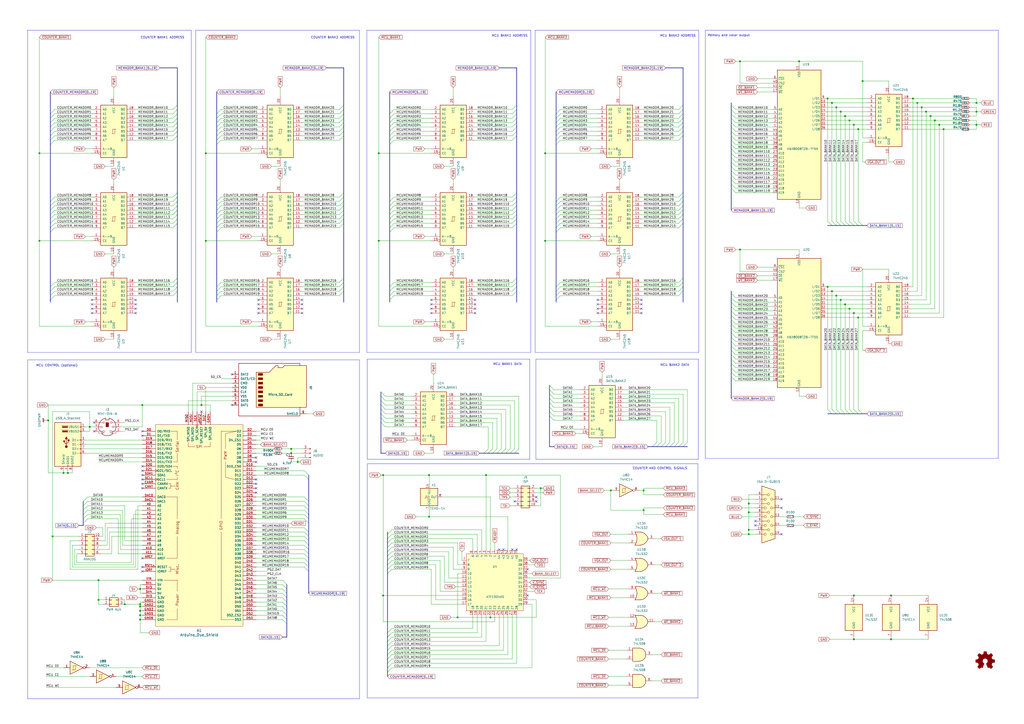
<source format=kicad_sch>
(kicad_sch (version 20231120) (generator "eeschema") (generator_version "8.0")
  (paper "A2")
  (title_block (title "VGA Dual Buffer Video") (date "2025-07-16") (rev "1"))
  (junction (at 516.89 345.44))
  (junction (at 516.89 370.84))
  (junction (at 480.06 166.37))
  (junction (at 485.14 62.23))
  (junction (at 485.14 171.45))
  (junction (at 72.39 350.52))
  (junction (at 36.83 274.32))
  (junction (at 81.28 341.63))
  (junction (at 30.48 311.15))
  (junction (at 22.86 88.9))
  (junction (at 222.25 275.59))
  (junction (at 172.72 267.97))
  (junction (at 27.94 243.84))
  (junction (at 222.25 345.44))
  (junction (at 82.55 234.95))
  (junction (at 52.07 247.65))
  (junction (at 497.84 184.15))
  (junction (at 168.91 262.89))
  (junction (at 542.29 69.85))
  (junction (at 495.3 345.44))
  (junction (at 544.83 72.39))
  (junction (at 316.23 139.7))
  (junction (at 373.38 295.91))
  (junction (at 537.21 64.77))
  (junction (at 248.92 299.72))
  (junction (at 434.34 297.18))
  (junction (at 487.68 173.99))
  (junction (at 434.34 292.1))
  (junction (at 482.6 168.91))
  (junction (at 119.38 139.7))
  (junction (at 265.43 358.14))
  (junction (at 284.48 358.14))
  (junction (at 39.37 274.32))
  (junction (at 490.22 176.53))
  (junction (at 248.92 275.59))
  (junction (at 495.3 370.84))
  (junction (at 81.28 350.52))
  (junction (at 116.84 234.95))
  (junction (at 497.84 74.93))
  (junction (at 81.28 356.87))
  (junction (at 281.94 275.59))
  (junction (at 492.76 179.07))
  (junction (at 482.6 59.69))
  (junction (at 463.55 35.56))
  (junction (at 566.42 59.69))
  (junction (at 434.34 309.88))
  (junction (at 490.22 67.31))
  (junction (at 354.33 284.48))
  (junction (at 219.71 88.9))
  (junction (at 168.91 260.35))
  (junction (at 547.37 74.93))
  (junction (at 81.28 354.33))
  (junction (at 492.76 69.85))
  (junction (at 500.38 46.99))
  (junction (at 566.42 72.39))
  (junction (at 495.3 72.39))
  (junction (at 313.69 283.21))
  (junction (at 57.15 347.98))
  (junction (at 316.23 88.9))
  (junction (at 57.15 336.55))
  (junction (at 480.06 57.15))
  (junction (at 434.34 307.34))
  (junction (at 539.75 67.31))
  (junction (at 566.42 64.77))
  (junction (at 487.68 64.77))
  (junction (at 119.38 88.9))
  (junction (at 534.67 62.23))
  (junction (at 81.28 359.41))
  (junction (at 22.86 139.7))
  (junction (at 495.3 181.61))
  (junction (at 529.59 57.15))
  (junction (at 219.71 139.7))
  (junction (at 81.28 351.79))
  (junction (at 429.26 35.56))
  (junction (at 373.38 284.48))
  (junction (at 532.13 59.69))
  (junction (at 429.26 144.78))
  (no_connect (at 306.07 330.2))
  (no_connect (at 53.34 176.53))
  (no_connect (at 311.15 288.29))
  (no_connect (at 175.26 173.99))
  (no_connect (at 275.59 176.53))
  (no_connect (at 148.59 278.13))
  (no_connect (at 289.56 318.77))
  (no_connect (at 453.39 309.88))
  (no_connect (at 82.55 250.19))
  (no_connect (at 372.11 173.99))
  (no_connect (at 134.62 234.95))
  (no_connect (at 438.15 304.8))
  (no_connect (at 250.19 173.99))
  (no_connect (at 54.61 245.11))
  (no_connect (at 299.72 318.77))
  (no_connect (at 306.07 345.44))
  (no_connect (at 292.1 318.77))
  (no_connect (at 148.59 280.67))
  (no_connect (at 346.71 179.07))
  (no_connect (at 250.19 181.61))
  (no_connect (at 78.74 176.53))
  (no_connect (at 250.19 176.53))
  (no_connect (at 250.19 179.07))
  (no_connect (at 53.34 173.99))
  (no_connect (at 453.39 289.56))
  (no_connect (at 275.59 173.99))
  (no_connect (at 148.59 267.97))
  (no_connect (at 116.84 238.76))
  (no_connect (at 78.74 179.07))
  (no_connect (at 148.59 265.43))
  (no_connect (at 346.71 176.53))
  (no_connect (at 311.15 290.83))
  (no_connect (at 148.59 283.21))
  (no_connect (at 149.86 179.07))
  (no_connect (at 78.74 181.61))
  (no_connect (at 53.34 181.61))
  (no_connect (at 53.34 179.07))
  (no_connect (at 175.26 176.53))
  (no_connect (at 148.59 285.75))
  (no_connect (at 346.71 173.99))
  (no_connect (at 453.39 294.64))
  (no_connect (at 82.55 273.05))
  (no_connect (at 275.59 181.61))
  (no_connect (at 298.45 290.83))
  (no_connect (at 372.11 181.61))
  (no_connect (at 149.86 173.99))
  (no_connect (at 78.74 173.99))
  (no_connect (at 175.26 179.07))
  (no_connect (at 82.55 323.85))
  (no_connect (at 82.55 280.67))
  (no_connect (at 297.18 318.77))
  (no_connect (at 82.55 278.13))
  (no_connect (at 82.55 275.59))
  (no_connect (at 82.55 252.73))
  (no_connect (at 82.55 331.47))
  (no_connect (at 149.86 181.61))
  (no_connect (at 54.61 250.19))
  (no_connect (at 438.15 302.26))
  (no_connect (at 134.62 217.17))
  (no_connect (at 372.11 179.07))
  (no_connect (at 82.55 270.51))
  (no_connect (at 175.26 181.61))
  (no_connect (at 275.59 179.07))
  (no_connect (at 149.86 176.53))
  (no_connect (at 82.55 328.93))
  (no_connect (at 82.55 283.21))
  (no_connect (at 372.11 176.53))
  (no_connect (at 346.71 181.61))
  (bus_entry (at 325.12 68.58) (size -2.54 2.54))
  (bus_entry (at 199.39 163.83) (size -2.54 2.54))
  (bus_entry (at 396.24 166.37) (size -2.54 2.54))
  (bus_entry (at 176.53 308.61) (size 2.54 2.54))
  (bus_entry (at 424.18 104.14) (size 2.54 2.54))
  (bus_entry (at 100.33 63.5) (size 2.54 -2.54))
  (bus_entry (at 393.7 81.28) (size 2.54 -2.54))
  (bus_entry (at 299.72 116.84) (size -2.54 2.54))
  (bus_entry (at 227.33 369.57) (size -2.54 2.54))
  (bus_entry (at 299.72 166.37) (size -2.54 2.54))
  (bus_entry (at 227.33 377.19) (size -2.54 2.54))
  (bus_entry (at 424.18 91.44) (size 2.54 2.54))
  (bus_entry (at 50.8 298.45) (size -2.54 2.54))
  (bus_entry (at 396.24 161.29) (size -2.54 2.54))
  (bus_entry (at 393.7 78.74) (size 2.54 -2.54))
  (bus_entry (at 223.52 247.65) (size -2.54 -2.54))
  (bus_entry (at 288.29 260.35) (size -2.54 2.54))
  (bus_entry (at 325.12 71.12) (size -2.54 2.54))
  (bus_entry (at 163.83 354.33) (size 2.54 2.54))
  (bus_entry (at 50.8 290.83) (size -2.54 2.54))
  (bus_entry (at 176.53 293.37) (size 2.54 2.54))
  (bus_entry (at 424.18 187.96) (size 2.54 2.54))
  (bus_entry (at 424.18 68.58) (size 2.54 2.54))
  (bus_entry (at 31.75 121.92) (size -2.54 2.54))
  (bus_entry (at 299.72 121.92) (size -2.54 2.54))
  (bus_entry (at 490.22 128.27) (size 2.54 2.54))
  (bus_entry (at 102.87 129.54) (size -2.54 2.54))
  (bus_entry (at 396.24 116.84) (size -2.54 2.54))
  (bus_entry (at 102.87 121.92) (size -2.54 2.54))
  (bus_entry (at 199.39 129.54) (size -2.54 2.54))
  (bus_entry (at 102.87 168.91) (size -2.54 2.54))
  (bus_entry (at 424.18 190.5) (size 2.54 2.54))
  (bus_entry (at 50.8 288.29) (size -2.54 2.54))
  (bus_entry (at 176.53 321.31) (size 2.54 2.54))
  (bus_entry (at 325.12 168.91) (size -2.54 2.54))
  (bus_entry (at 199.39 114.3) (size -2.54 2.54))
  (bus_entry (at 31.75 66.04) (size -2.54 2.54))
  (bus_entry (at 293.37 260.35) (size -2.54 2.54))
  (bus_entry (at 325.12 163.83) (size -2.54 2.54))
  (bus_entry (at 396.24 124.46) (size -2.54 2.54))
  (bus_entry (at 424.18 180.34) (size 2.54 2.54))
  (bus_entry (at 223.52 234.95) (size -2.54 -2.54))
  (bus_entry (at 424.18 60.96) (size 2.54 2.54))
  (bus_entry (at 495.3 128.27) (size 2.54 2.54))
  (bus_entry (at 228.6 168.91) (size -2.54 2.54))
  (bus_entry (at 424.18 205.74) (size 2.54 2.54))
  (bus_entry (at 31.75 119.38) (size -2.54 2.54))
  (bus_entry (at 480.06 128.27) (size 2.54 2.54))
  (bus_entry (at 176.53 323.85) (size 2.54 2.54))
  (bus_entry (at 325.12 81.28) (size -2.54 2.54))
  (bus_entry (at 176.53 313.69) (size 2.54 2.54))
  (bus_entry (at 102.87 163.83) (size -2.54 2.54))
  (bus_entry (at 396.24 256.54) (size -2.54 2.54))
  (bus_entry (at 299.72 124.46) (size -2.54 2.54))
  (bus_entry (at 325.12 78.74) (size -2.54 2.54))
  (bus_entry (at 297.18 73.66) (size 2.54 -2.54))
  (bus_entry (at 163.83 349.25) (size 2.54 2.54))
  (bus_entry (at 299.72 119.38) (size -2.54 2.54))
  (bus_entry (at 176.53 273.05) (size 2.54 2.54))
  (bus_entry (at 396.24 129.54) (size -2.54 2.54))
  (bus_entry (at 176.53 275.59) (size 2.54 2.54))
  (bus_entry (at 31.75 81.28) (size -2.54 2.54))
  (bus_entry (at 128.27 166.37) (size -2.54 2.54))
  (bus_entry (at 424.18 200.66) (size 2.54 2.54))
  (bus_entry (at 298.45 260.35) (size -2.54 2.54))
  (bus_entry (at 176.53 328.93) (size 2.54 2.54))
  (bus_entry (at 393.7 71.12) (size 2.54 -2.54))
  (bus_entry (at 391.16 256.54) (size -2.54 2.54))
  (bus_entry (at 199.39 119.38) (size -2.54 2.54))
  (bus_entry (at 381 256.54) (size -2.54 2.54))
  (bus_entry (at 325.12 63.5) (size -2.54 2.54))
  (bus_entry (at 299.72 129.54) (size -2.54 2.54))
  (bus_entry (at 199.39 166.37) (size -2.54 2.54))
  (bus_entry (at 227.33 309.88) (size -2.54 2.54))
  (bus_entry (at 325.12 127) (size -2.54 2.54))
  (bus_entry (at 176.53 300.99) (size 2.54 2.54))
  (bus_entry (at 396.24 127) (size -2.54 2.54))
  (bus_entry (at 228.6 63.5) (size -2.54 2.54))
  (bus_entry (at 482.6 237.49) (size 2.54 2.54))
  (bus_entry (at 299.72 161.29) (size -2.54 2.54))
  (bus_entry (at 424.18 66.04) (size 2.54 2.54))
  (bus_entry (at 128.27 114.3) (size -2.54 2.54))
  (bus_entry (at 128.27 132.08) (size -2.54 2.54))
  (bus_entry (at 495.3 237.49) (size 2.54 2.54))
  (bus_entry (at 424.18 106.68) (size 2.54 2.54))
  (bus_entry (at 424.18 182.88) (size 2.54 2.54))
  (bus_entry (at 196.85 76.2) (size 2.54 -2.54))
  (bus_entry (at 228.6 73.66) (size -2.54 2.54))
  (bus_entry (at 228.6 129.54) (size -2.54 2.54))
  (bus_entry (at 128.27 127) (size -2.54 2.54))
  (bus_entry (at 128.27 78.74) (size -2.54 2.54))
  (bus_entry (at 297.18 71.12) (size 2.54 -2.54))
  (bus_entry (at 424.18 71.12) (size 2.54 2.54))
  (bus_entry (at 128.27 81.28) (size -2.54 2.54))
  (bus_entry (at 228.6 116.84) (size -2.54 2.54))
  (bus_entry (at 100.33 76.2) (size 2.54 -2.54))
  (bus_entry (at 163.83 351.79) (size 2.54 2.54))
  (bus_entry (at 295.91 260.35) (size -2.54 2.54))
  (bus_entry (at 497.84 128.27) (size 2.54 2.54))
  (bus_entry (at 228.6 127) (size -2.54 2.54))
  (bus_entry (at 424.18 81.28) (size 2.54 2.54))
  (bus_entry (at 128.27 129.54) (size -2.54 2.54))
  (bus_entry (at 297.18 81.28) (size 2.54 -2.54))
  (bus_entry (at 199.39 121.92) (size -2.54 2.54))
  (bus_entry (at 228.6 71.12) (size -2.54 2.54))
  (bus_entry (at 176.53 316.23) (size 2.54 2.54))
  (bus_entry (at 223.52 229.87) (size -2.54 -2.54))
  (bus_entry (at 393.7 256.54) (size -2.54 2.54))
  (bus_entry (at 396.24 111.76) (size -2.54 2.54))
  (bus_entry (at 128.27 73.66) (size -2.54 2.54))
  (bus_entry (at 393.7 73.66) (size 2.54 -2.54))
  (bus_entry (at 196.85 68.58) (size 2.54 -2.54))
  (bus_entry (at 396.24 121.92) (size -2.54 2.54))
  (bus_entry (at 31.75 129.54) (size -2.54 2.54))
  (bus_entry (at 424.18 208.28) (size 2.54 2.54))
  (bus_entry (at 196.85 66.04) (size 2.54 -2.54))
  (bus_entry (at 223.52 240.03) (size -2.54 -2.54))
  (bus_entry (at 424.18 213.36) (size 2.54 2.54))
  (bus_entry (at 480.06 237.49) (size 2.54 2.54))
  (bus_entry (at 31.75 171.45) (size -2.54 2.54))
  (bus_entry (at 388.62 256.54) (size -2.54 2.54))
  (bus_entry (at 297.18 78.74) (size 2.54 -2.54))
  (bus_entry (at 321.31 231.14) (size -2.54 -2.54))
  (bus_entry (at 128.27 119.38) (size -2.54 2.54))
  (bus_entry (at 396.24 168.91) (size -2.54 2.54))
  (bus_entry (at 100.33 78.74) (size 2.54 -2.54))
  (bus_entry (at 424.18 185.42) (size 2.54 2.54))
  (bus_entry (at 31.75 132.08) (size -2.54 2.54))
  (bus_entry (at 31.75 71.12) (size -2.54 2.54))
  (bus_entry (at 424.18 218.44) (size 2.54 2.54))
  (bus_entry (at 424.18 177.8) (size 2.54 2.54))
  (bus_entry (at 102.87 166.37) (size -2.54 2.54))
  (bus_entry (at 176.53 326.39) (size 2.54 2.54))
  (bus_entry (at 297.18 63.5) (size 2.54 -2.54))
  (bus_entry (at 31.75 114.3) (size -2.54 2.54))
  (bus_entry (at 223.52 245.11) (size -2.54 -2.54))
  (bus_entry (at 300.99 260.35) (size -2.54 2.54))
  (bus_entry (at 487.68 128.27) (size 2.54 2.54))
  (bus_entry (at 100.33 71.12) (size 2.54 -2.54))
  (bus_entry (at 176.53 290.83) (size 2.54 2.54))
  (bus_entry (at 50.8 293.37) (size -2.54 2.54))
  (bus_entry (at 227.33 330.2) (size -2.54 2.54))
  (bus_entry (at 102.87 124.46) (size -2.54 2.54))
  (bus_entry (at 228.6 78.74) (size -2.54 2.54))
  (bus_entry (at 393.7 63.5) (size 2.54 -2.54))
  (bus_entry (at 102.87 119.38) (size -2.54 2.54))
  (bus_entry (at 396.24 119.38) (size -2.54 2.54))
  (bus_entry (at 325.12 116.84) (size -2.54 2.54))
  (bus_entry (at 163.83 346.71) (size 2.54 2.54))
  (bus_entry (at 31.75 166.37) (size -2.54 2.54))
  (bus_entry (at 325.12 119.38) (size -2.54 2.54))
  (bus_entry (at 482.6 128.27) (size 2.54 2.54))
  (bus_entry (at 424.18 83.82) (size 2.54 2.54))
  (bus_entry (at 321.31 236.22) (size -2.54 -2.54))
  (bus_entry (at 325.12 114.3) (size -2.54 2.54))
  (bus_entry (at 228.6 76.2) (size -2.54 2.54))
  (bus_entry (at 31.75 68.58) (size -2.54 2.54))
  (bus_entry (at 31.75 127) (size -2.54 2.54))
  (bus_entry (at 227.33 312.42) (size -2.54 2.54))
  (bus_entry (at 102.87 111.76) (size -2.54 2.54))
  (bus_entry (at 299.72 163.83) (size -2.54 2.54))
  (bus_entry (at 325.12 166.37) (size -2.54 2.54))
  (bus_entry (at 176.53 288.29) (size 2.54 2.54))
  (bus_entry (at 386.08 256.54) (size -2.54 2.54))
  (bus_entry (at 128.27 76.2) (size -2.54 2.54))
  (bus_entry (at 227.33 327.66) (size -2.54 2.54))
  (bus_entry (at 424.18 93.98) (size 2.54 2.54))
  (bus_entry (at 487.68 237.49) (size 2.54 2.54))
  (bus_entry (at 424.18 78.74) (size 2.54 2.54))
  (bus_entry (at 102.87 127) (size -2.54 2.54))
  (bus_entry (at 163.83 359.41) (size 2.54 2.54))
  (bus_entry (at 102.87 161.29) (size -2.54 2.54))
  (bus_entry (at 196.85 73.66) (size 2.54 -2.54))
  (bus_entry (at 196.85 63.5) (size 2.54 -2.54))
  (bus_entry (at 393.7 76.2) (size 2.54 -2.54))
  (bus_entry (at 424.18 109.22) (size 2.54 2.54))
  (bus_entry (at 31.75 168.91) (size -2.54 2.54))
  (bus_entry (at 128.27 71.12) (size -2.54 2.54))
  (bus_entry (at 227.33 382.27) (size -2.54 2.54))
  (bus_entry (at 490.22 237.49) (size 2.54 2.54))
  (bus_entry (at 31.75 63.5) (size -2.54 2.54))
  (bus_entry (at 227.33 317.5) (size -2.54 2.54))
  (bus_entry (at 31.75 116.84) (size -2.54 2.54))
  (bus_entry (at 424.18 210.82) (size 2.54 2.54))
  (bus_entry (at 176.53 311.15) (size 2.54 2.54))
  (bus_entry (at 199.39 161.29) (size -2.54 2.54))
  (bus_entry (at 163.83 344.17) (size 2.54 2.54))
  (bus_entry (at 424.18 198.12) (size 2.54 2.54))
  (bus_entry (at 321.31 243.84) (size -2.54 -2.54))
  (bus_entry (at 102.87 116.84) (size -2.54 2.54))
  (bus_entry (at 227.33 372.11) (size -2.54 2.54))
  (bus_entry (at 325.12 121.92) (size -2.54 2.54))
  (bus_entry (at 325.12 76.2) (size -2.54 2.54))
  (bus_entry (at 492.76 237.49) (size 2.54 2.54))
  (bus_entry (at 424.18 101.6) (size 2.54 2.54))
  (bus_entry (at 100.33 73.66) (size 2.54 -2.54))
  (bus_entry (at 396.24 163.83) (size -2.54 2.54))
  (bus_entry (at 325.12 124.46) (size -2.54 2.54))
  (bus_entry (at 199.39 116.84) (size -2.54 2.54))
  (bus_entry (at 31.75 163.83) (size -2.54 2.54))
  (bus_entry (at 228.6 121.92) (size -2.54 2.54))
  (bus_entry (at 383.54 256.54) (size -2.54 2.54))
  (bus_entry (at 299.72 127) (size -2.54 2.54))
  (bus_entry (at 321.31 228.6) (size -2.54 -2.54))
  (bus_entry (at 485.14 237.49) (size 2.54 2.54))
  (bus_entry (at 424.18 215.9) (size 2.54 2.54))
  (bus_entry (at 228.6 163.83) (size -2.54 2.54))
  (bus_entry (at 163.83 341.63) (size 2.54 2.54))
  (bus_entry (at 424.18 86.36) (size 2.54 2.54))
  (bus_entry (at 393.7 68.58) (size 2.54 -2.54))
  (bus_entry (at 50.8 300.99) (size -2.54 2.54))
  (bus_entry (at 128.27 168.91) (size -2.54 2.54))
  (bus_entry (at 176.53 295.91) (size 2.54 2.54))
  (bus_entry (at 102.87 114.3) (size -2.54 2.54))
  (bus_entry (at 424.18 63.5) (size 2.54 2.54))
  (bus_entry (at 398.78 256.54) (size -2.54 2.54))
  (bus_entry (at 321.31 238.76) (size -2.54 -2.54))
  (bus_entry (at 321.31 241.3) (size -2.54 -2.54))
  (bus_entry (at 325.12 129.54) (size -2.54 2.54))
  (bus_entry (at 325.12 73.66) (size -2.54 2.54))
  (bus_entry (at 228.6 68.58) (size -2.54 2.54))
  (bus_entry (at 424.18 76.2) (size 2.54 2.54))
  (bus_entry (at 196.85 81.28) (size 2.54 -2.54))
  (bus_entry (at 227.33 387.35) (size -2.54 2.54))
  (bus_entry (at 196.85 78.74) (size 2.54 -2.54))
  (bus_entry (at 228.6 166.37) (size -2.54 2.54))
  (bus_entry (at 290.83 260.35) (size -2.54 2.54))
  (bus_entry (at 424.18 172.72) (size 2.54 2.54))
  (bus_entry (at 325.12 132.08) (size -2.54 2.54))
  (bus_entry (at 227.33 379.73) (size -2.54 2.54))
  (bus_entry (at 199.39 111.76) (size -2.54 2.54))
  (bus_entry (at 299.72 114.3) (size -2.54 2.54))
  (bus_entry (at 223.52 237.49) (size -2.54 -2.54))
  (bus_entry (at 325.12 171.45) (size -2.54 2.54))
  (bus_entry (at 321.31 226.06) (size -2.54 -2.54))
  (bus_entry (at 128.27 163.83) (size -2.54 2.54))
  (bus_entry (at 228.6 119.38) (size -2.54 2.54))
  (bus_entry (at 424.18 175.26) (size 2.54 2.54))
  (bus_entry (at 128.27 63.5) (size -2.54 2.54))
  (bus_entry (at 31.75 76.2) (size -2.54 2.54))
  (bus_entry (at 163.83 356.87) (size 2.54 2.54))
  (bus_entry (at 393.7 66.04) (size 2.54 -2.54))
  (bus_entry (at 128.27 121.92) (size -2.54 2.54))
  (bus_entry (at 424.18 96.52) (size 2.54 2.54))
  (bus_entry (at 199.39 168.91) (size -2.54 2.54))
  (bus_entry (at 228.6 132.08) (size -2.54 2.54))
  (bus_entry (at 228.6 81.28) (size -2.54 2.54))
  (bus_entry (at 128.27 68.58) (size -2.54 2.54))
  (bus_entry (at 424.18 88.9) (size 2.54 2.54))
  (bus_entry (at 128.27 171.45) (size -2.54 2.54))
  (bus_entry (at 424.18 99.06) (size 2.54 2.54))
  (bus_entry (at 31.75 124.46) (size -2.54 2.54))
  (bus_entry (at 497.84 237.49) (size 2.54 2.54))
  (bus_entry (at 50.8 295.91) (size -2.54 2.54))
  (bus_entry (at 196.85 71.12) (size 2.54 -2.54))
  (bus_entry (at 100.33 68.58) (size 2.54 -2.54))
  (bus_entry (at 227.33 320.04) (size -2.54 2.54))
  (bus_entry (at 325.12 66.04) (size -2.54 2.54))
  (bus_entry (at 163.83 336.55) (size 2.54 2.54))
  (bus_entry (at 227.33 307.34) (size -2.54 2.54))
  (bus_entry (at 424.18 195.58) (size 2.54 2.54))
  (bus_entry (at 297.18 66.04) (size 2.54 -2.54))
  (bus_entry (at 199.39 127) (size -2.54 2.54))
  (bus_entry (at 297.18 68.58) (size 2.54 -2.54))
  (bus_entry (at 227.33 374.65) (size -2.54 2.54))
  (bus_entry (at 492.76 128.27) (size 2.54 2.54))
  (bus_entry (at 176.53 298.45) (size 2.54 2.54))
  (bus_entry (at 321.31 233.68) (size -2.54 -2.54))
  (bus_entry (at 128.27 66.04) (size -2.54 2.54))
  (bus_entry (at 285.75 260.35) (size -2.54 2.54))
  (bus_entry (at 297.18 76.2) (size 2.54 -2.54))
  (bus_entry (at 424.18 170.18) (size 2.54 2.54))
  (bus_entry (at 283.21 260.35) (size -2.54 2.54))
  (bus_entry (at 223.52 232.41) (size -2.54 -2.54))
  (bus_entry (at 424.18 73.66) (size 2.54 2.54))
  (bus_entry (at 227.33 367.03) (size -2.54 2.54))
  (bus_entry (at 227.33 322.58) (size -2.54 2.54))
  (bus_entry (at 128.27 124.46) (size -2.54 2.54))
  (bus_entry (at 485.14 128.27) (size 2.54 2.54))
  (bus_entry (at 299.72 168.91) (size -2.54 2.54))
  (bus_entry (at 227.33 314.96) (size -2.54 2.54))
  (bus_entry (at 228.6 124.46) (size -2.54 2.54))
  (bus_entry (at 396.24 114.3) (size -2.54 2.54))
  (bus_entry (at 227.33 384.81) (size -2.54 2.54))
  (bus_entry (at 176.53 318.77) (size 2.54 2.54))
  (bus_entry (at 176.53 306.07) (size 2.54 2.54))
  (bus_entry (at 128.27 116.84) (size -2.54 2.54))
  (bus_entry (at 228.6 66.04) (size -2.54 2.54))
  (bus_entry (at 31.75 73.66) (size -2.54 2.54))
  (bus_entry (at 227.33 325.12) (size -2.54 2.54))
  (bus_entry (at 228.6 171.45) (size -2.54 2.54))
  (bus_entry (at 228.6 114.3) (size -2.54 2.54))
  (bus_entry (at 299.72 111.76) (size -2.54 2.54))
  (bus_entry (at 424.18 203.2) (size 2.54 2.54))
  (bus_entry (at 31.75 78.74) (size -2.54 2.54))
  (bus_entry (at 227.33 364.49) (size -2.54 2.54))
  (bus_entry (at 163.83 339.09) (size 2.54 2.54))
  (bus_entry (at 100.33 66.04) (size 2.54 -2.54))
  (bus_entry (at 199.39 124.46) (size -2.54 2.54))
  (bus_entry (at 424.18 193.04) (size 2.54 2.54))
  (bus_entry (at 100.33 81.28) (size 2.54 -2.54))
  (bus_entry (at 223.52 242.57) (size -2.54 -2.54))
  (wire (pts (xy 31.75 129.54) (xy 53.34 129.54)))
  (bus (pts (xy 226.06 73.66) (xy 226.06 76.2)))
  (wire (pts (xy 478.79 184.15) (xy 497.84 184.15)))
  (wire (pts (xy 306.07 335.28) (xy 325.12 335.28)))
  (bus (pts (xy 125.73 116.84) (xy 125.73 119.38)))
  (wire (pts (xy 492.76 179.07) (xy 502.92 179.07)))
  (wire (pts (xy 227.33 322.58) (xy 257.81 322.58)))
  (wire (pts (xy 50.8 293.37) (xy 72.39 293.37)))
  (bus (pts (xy 299.72 73.66) (xy 299.72 76.2)))
  (wire (pts (xy 448.31 66.04) (xy 426.72 66.04)))
  (wire (pts (xy 57.15 336.55) (xy 82.55 336.55)))
  (wire (pts (xy 82.55 303.53) (xy 60.96 303.53)))
  (wire (pts (xy 463.55 120.65) (xy 467.36 120.65)))
  (wire (pts (xy 539.75 67.31) (xy 539.75 176.53)))
  (wire (pts (xy 248.92 299.72) (xy 294.64 299.72)))
  (wire (pts (xy 500.38 189.23) (xy 500.38 156.21)))
  (bus (pts (xy 280.67 262.89) (xy 283.21 262.89)))
  (wire (pts (xy 448.31 200.66) (xy 426.72 200.66)))
  (wire (pts (xy 227.33 309.88) (xy 276.86 309.88)))
  (wire (pts (xy 430.53 294.64) (xy 438.15 294.64)))
  (wire (pts (xy 502.92 82.55) (xy 500.38 82.55)))
  (bus (pts (xy 490.22 130.81) (xy 487.68 130.81)))
  (wire (pts (xy 227.33 314.96) (xy 265.43 314.96)))
  (wire (pts (xy 227.33 317.5) (xy 262.89 317.5)))
  (wire (pts (xy 119.38 139.7) (xy 149.86 139.7)))
  (bus (pts (xy 179.07 316.23) (xy 179.07 318.77)))
  (wire (pts (xy 148.59 303.53) (xy 168.91 303.53)))
  (bus (pts (xy 29.21 73.66) (xy 29.21 76.2)))
  (wire (pts (xy 295.91 288.29) (xy 298.45 288.29)))
  (wire (pts (xy 386.08 238.76) (xy 386.08 256.54)))
  (wire (pts (xy 461.01 304.8) (xy 466.09 304.8)))
  (bus (pts (xy 224.79 322.58) (xy 224.79 325.12)))
  (wire (pts (xy 53.34 86.36) (xy 49.53 86.36)))
  (wire (pts (xy 497.84 184.15) (xy 502.92 184.15)))
  (wire (pts (xy 69.85 318.77) (xy 82.55 318.77)))
  (wire (pts (xy 359.41 147.32) (xy 354.33 147.32)))
  (polyline (pts (xy 307.848 204.47) (xy 212.852 204.47)))
  (wire (pts (xy 227.33 377.19) (xy 292.1 377.19)))
  (wire (pts (xy 297.18 129.54) (xy 275.59 129.54)))
  (bus (pts (xy 424.18 81.28) (xy 424.18 83.82)))
  (bus (pts (xy 226.06 171.45) (xy 226.06 173.99)))
  (wire (pts (xy 196.85 66.04) (xy 175.26 66.04)))
  (bus (pts (xy 424.18 172.72) (xy 424.18 175.26)))
  (wire (pts (xy 228.6 163.83) (xy 250.19 163.83)))
  (wire (pts (xy 66.04 96.52) (xy 60.96 96.52)))
  (wire (pts (xy 379.73 327.66) (xy 383.54 327.66)))
  (wire (pts (xy 393.7 132.08) (xy 372.11 132.08)))
  (bus (pts (xy 125.73 76.2) (xy 125.73 78.74)))
  (wire (pts (xy 219.71 139.7) (xy 250.19 139.7)))
  (wire (pts (xy 196.85 78.74) (xy 175.26 78.74)))
  (wire (pts (xy 393.7 78.74) (xy 372.11 78.74)))
  (wire (pts (xy 290.83 240.03) (xy 290.83 260.35)))
  (wire (pts (xy 325.12 163.83) (xy 346.71 163.83)))
  (wire (pts (xy 313.69 293.37) (xy 311.15 293.37)))
  (bus (pts (xy 29.21 116.84) (xy 29.21 119.38)))
  (bus (pts (xy 322.58 53.34) (xy 322.58 66.04)))
  (wire (pts (xy 393.7 71.12) (xy 372.11 71.12)))
  (bus (pts (xy 166.37 346.71) (xy 166.37 344.17)))
  (wire (pts (xy 393.7 129.54) (xy 372.11 129.54)))
  (wire (pts (xy 63.5 318.77) (xy 58.42 318.77)))
  (wire (pts (xy 196.85 132.08) (xy 175.26 132.08)))
  (wire (pts (xy 30.48 336.55) (xy 57.15 336.55)))
  (wire (pts (xy 71.12 295.91) (xy 71.12 316.23)))
  (bus (pts (xy 102.87 63.5) (xy 102.87 66.04)))
  (wire (pts (xy 448.31 185.42) (xy 426.72 185.42)))
  (wire (pts (xy 393.7 119.38) (xy 372.11 119.38)))
  (wire (pts (xy 562.61 64.77) (xy 566.42 64.77)))
  (wire (pts (xy 168.91 260.35) (xy 175.26 260.35)))
  (wire (pts (xy 81.28 339.09) (xy 82.55 339.09)))
  (wire (pts (xy 500.38 203.2) (xy 501.65 203.2)))
  (bus (pts (xy 125.73 171.45) (xy 125.73 173.99)))
  (wire (pts (xy 297.18 124.46) (xy 275.59 124.46)))
  (bus (pts (xy 163.83 369.57) (xy 166.37 369.57)))
  (bus (pts (xy 125.73 134.62) (xy 125.73 166.37)))
  (wire (pts (xy 429.26 144.78) (xy 426.72 144.78)))
  (wire (pts (xy 448.31 73.66) (xy 426.72 73.66)))
  (wire (pts (xy 36.83 274.32) (xy 39.37 274.32)))
  (wire (pts (xy 100.33 81.28) (xy 78.74 81.28)))
  (wire (pts (xy 311.15 358.14) (xy 284.48 358.14)))
  (wire (pts (xy 297.18 66.04) (xy 275.59 66.04)))
  (wire (pts (xy 196.85 63.5) (xy 175.26 63.5)))
  (wire (pts (xy 250.19 350.52) (xy 250.19 330.2)))
  (bus (pts (xy 480.06 240.03) (xy 482.6 240.03)))
  (wire (pts (xy 297.18 163.83) (xy 275.59 163.83)))
  (wire (pts (xy 288.29 242.57) (xy 288.29 260.35)))
  (bus (pts (xy 424.18 195.58) (xy 424.18 198.12)))
  (bus (pts (xy 322.58 83.82) (xy 322.58 116.84)))
  (wire (pts (xy 393.7 168.91) (xy 372.11 168.91)))
  (bus (pts (xy 179.07 290.83) (xy 179.07 293.37)))
  (wire (pts (xy 78.74 295.91) (xy 78.74 328.93)))
  (wire (pts (xy 500.38 156.21) (xy 515.62 156.21)))
  (bus (pts (xy 226.06 83.82) (xy 226.06 116.84)))
  (wire (pts (xy 478.79 171.45) (xy 485.14 171.45)))
  (wire (pts (xy 31.75 78.74) (xy 53.34 78.74)))
  (wire (pts (xy 196.85 127) (xy 175.26 127)))
  (wire (pts (xy 281.94 275.59) (xy 281.94 318.77)))
  (wire (pts (xy 566.42 74.93) (xy 562.61 74.93)))
  (bus (pts (xy 396.24 121.92) (xy 396.24 124.46)))
  (bus (pts (xy 29.21 81.28) (xy 29.21 83.82)))
  (wire (pts (xy 429.26 48.26) (xy 448.31 48.26)))
  (bus (pts (xy 102.87 114.3) (xy 102.87 116.84)))
  (bus (pts (xy 102.87 78.74) (xy 102.87 111.76)))
  (wire (pts (xy 393.7 63.5) (xy 372.11 63.5)))
  (wire (pts (xy 434.34 287.02) (xy 434.34 292.1)))
  (polyline (pts (xy 213.106 208.28) (xy 213.106 266.446)))
  (wire (pts (xy 274.32 356.87) (xy 274.32 364.49)))
  (wire (pts (xy 100.33 171.45) (xy 78.74 171.45)))
  (bus (pts (xy 424.18 91.44) (xy 424.18 93.98)))
  (wire (pts (xy 69.85 298.45) (xy 69.85 318.77)))
  (wire (pts (xy 568.96 72.39) (xy 566.42 72.39)))
  (wire (pts (xy 306.07 342.9) (xy 309.88 342.9)))
  (bus (pts (xy 199.39 60.96) (xy 199.39 63.5)))
  (bus (pts (xy 322.58 166.37) (xy 322.58 168.91)))
  (polyline (pts (xy 405.384 204.47) (xy 310.388 204.47)))
  (wire (pts (xy 228.6 73.66) (xy 250.19 73.66)))
  (wire (pts (xy 31.75 163.83) (xy 53.34 163.83)))
  (bus (pts (xy 102.87 66.04) (xy 102.87 68.58)))
  (wire (pts (xy 248.92 295.91) (xy 248.92 299.72)))
  (bus (pts (xy 179.07 303.53) (xy 179.07 308.61)))
  (bus (pts (xy 199.39 116.84) (xy 199.39 119.38)))
  (wire (pts (xy 490.22 67.31) (xy 502.92 67.31)))
  (bus (pts (xy 125.73 83.82) (xy 125.73 116.84)))
  (wire (pts (xy 63.5 308.61) (xy 63.5 318.77)))
  (wire (pts (xy 228.6 68.58) (xy 250.19 68.58)))
  (wire (pts (xy 346.71 86.36) (xy 342.9 86.36)))
  (bus (pts (xy 424.18 96.52) (xy 424.18 99.06)))
  (bus (pts (xy 396.24 166.37) (xy 396.24 168.91)))
  (wire (pts (xy 306.07 332.74) (xy 308.61 332.74)))
  (wire (pts (xy 346.71 137.16) (xy 342.9 137.16)))
  (wire (pts (xy 384.81 298.45) (xy 373.38 298.45)))
  (wire (pts (xy 361.95 241.3) (xy 383.54 241.3)))
  (wire (pts (xy 306.07 347.98) (xy 311.15 347.98)))
  (wire (pts (xy 502.92 80.01) (xy 500.38 80.01)))
  (bus (pts (xy 424.18 180.34) (xy 424.18 182.88)))
  (bus (pts (xy 29.21 76.2) (xy 29.21 78.74)))
  (wire (pts (xy 251.46 262.89) (xy 246.38 262.89)))
  (bus (pts (xy 492.76 240.03) (xy 490.22 240.03)))
  (wire (pts (xy 119.38 88.9) (xy 149.86 88.9)))
  (wire (pts (xy 80.01 346.71) (xy 82.55 346.71)))
  (bus (pts (xy 388.62 259.08) (xy 391.16 259.08)))
  (wire (pts (xy 353.06 341.63) (xy 364.49 341.63)))
  (bus (pts (xy 226.06 76.2) (xy 226.06 78.74)))
  (bus (pts (xy 102.87 161.29) (xy 102.87 163.83)))
  (bus (pts (xy 495.3 240.03) (xy 492.76 240.03)))
  (wire (pts (xy 313.69 283.21) (xy 313.69 293.37)))
  (wire (pts (xy 148.59 349.25) (xy 163.83 349.25)))
  (bus (pts (xy 424.18 59.69) (xy 424.18 60.96)))
  (wire (pts (xy 81.28 349.25) (xy 81.28 350.52)))
  (wire (pts (xy 43.18 327.66) (xy 77.47 327.66)))
  (wire (pts (xy 378.46 394.97) (xy 383.54 394.97)))
  (wire (pts (xy 228.6 66.04) (xy 250.19 66.04)))
  (wire (pts (xy 295.91 283.21) (xy 298.45 283.21)))
  (bus (pts (xy 224.79 309.88) (xy 224.79 312.42)))
  (bus (pts (xy 179.07 298.45) (xy 179.07 300.99)))
  (wire (pts (xy 176.53 311.15) (xy 148.59 311.15)))
  (wire (pts (xy 515.62 156.21) (xy 515.62 158.75)))
  (wire (pts (xy 223.52 242.57) (xy 238.76 242.57)))
  (wire (pts (xy 228.6 124.46) (xy 250.19 124.46)))
  (bus (pts (xy 424.18 203.2) (xy 424.18 205.74)))
  (wire (pts (xy 297.18 114.3) (xy 275.59 114.3)))
  (wire (pts (xy 393.7 171.45) (xy 372.11 171.45)))
  (wire (pts (xy 497.84 184.15) (xy 497.84 237.49)))
  (wire (pts (xy 547.37 74.93) (xy 557.53 74.93)))
  (bus (pts (xy 223.52 262.89) (xy 220.98 262.89)))
  (polyline (pts (xy 212.852 17.526) (xy 307.848 17.526)))
  (wire (pts (xy 119.38 224.79) (xy 134.62 224.79)))
  (bus (pts (xy 224.79 320.04) (xy 224.79 322.58)))
  (wire (pts (xy 267.97 350.52) (xy 250.19 350.52)))
  (wire (pts (xy 219.71 21.59) (xy 219.71 88.9)))
  (wire (pts (xy 148.59 293.37) (xy 176.53 293.37)))
  (wire (pts (xy 148.59 250.19) (xy 151.13 250.19)))
  (wire (pts (xy 168.91 260.35) (xy 168.91 262.89)))
  (wire (pts (xy 223.52 247.65) (xy 238.76 247.65)))
  (wire (pts (xy 379.73 360.68) (xy 383.54 360.68)))
  (bus (pts (xy 497.84 240.03) (xy 495.3 240.03)))
  (wire (pts (xy 297.18 71.12) (xy 275.59 71.12)))
  (bus (pts (xy 424.18 205.74) (xy 424.18 208.28)))
  (wire (pts (xy 53.34 137.16) (xy 49.53 137.16)))
  (wire (pts (xy 176.53 316.23) (xy 148.59 316.23)))
  (wire (pts (xy 162.56 196.85) (xy 157.48 196.85)))
  (wire (pts (xy 55.88 306.07) (xy 59.69 306.07)))
  (bus (pts (xy 299.72 68.58) (xy 299.72 71.12)))
  (wire (pts (xy 223.52 229.87) (xy 238.76 229.87)))
  (bus (pts (xy 166.37 349.25) (xy 166.37 346.71)))
  (wire (pts (xy 448.31 172.72) (xy 426.72 172.72)))
  (bus (pts (xy 391.16 259.08) (xy 393.7 259.08)))
  (wire (pts (xy 121.92 234.95) (xy 121.92 238.76)))
  (wire (pts (xy 219.71 88.9) (xy 250.19 88.9)))
  (bus (pts (xy 396.24 116.84) (xy 396.24 119.38)))
  (wire (pts (xy 128.27 73.66) (xy 149.86 73.66)))
  (wire (pts (xy 30.48 311.15) (xy 30.48 336.55)))
  (wire (pts (xy 311.15 285.75) (xy 314.96 285.75)))
  (wire (pts (xy 148.59 257.81) (xy 151.13 257.81)))
  (bus (pts (xy 29.21 121.92) (xy 29.21 124.46)))
  (bus (pts (xy 299.72 163.83) (xy 299.72 166.37)))
  (wire (pts (xy 478.79 59.69) (xy 482.6 59.69)))
  (wire (pts (xy 448.31 78.74) (xy 426.72 78.74)))
  (wire (pts (xy 297.18 116.84) (xy 275.59 116.84)))
  (wire (pts (xy 485.14 171.45) (xy 502.92 171.45)))
  (wire (pts (xy 461.01 299.72) (xy 466.09 299.72)))
  (wire (pts (xy 49.53 247.65) (xy 52.07 247.65)))
  (wire (pts (xy 528.32 176.53) (xy 539.75 176.53)))
  (bus (pts (xy 102.87 129.54) (xy 102.87 161.29)))
  (wire (pts (xy 82.55 321.31) (xy 68.58 321.31)))
  (bus (pts (xy 179.07 323.85) (xy 179.07 326.39)))
  (wire (pts (xy 149.86 81.28) (xy 128.27 81.28)))
  (polyline (pts (xy 113.538 17.526) (xy 113.538 204.47)))
  (wire (pts (xy 109.22 232.41) (xy 134.62 232.41)))
  (bus (pts (xy 396.24 111.76) (xy 396.24 114.3)))
  (wire (pts (xy 534.67 62.23) (xy 534.67 171.45)))
  (bus (pts (xy 48.26 303.53) (xy 48.26 304.8)))
  (bus (pts (xy 396.24 63.5) (xy 396.24 66.04)))
  (wire (pts (xy 196.85 68.58) (xy 175.26 68.58)))
  (wire (pts (xy 478.79 69.85) (xy 492.76 69.85)))
  (bus (pts (xy 102.87 68.58) (xy 102.87 71.12)))
  (wire (pts (xy 262.89 147.32) (xy 257.81 147.32)))
  (bus (pts (xy 199.39 63.5) (xy 199.39 66.04)))
  (wire (pts (xy 196.85 166.37) (xy 175.26 166.37)))
  (bus (pts (xy 224.79 379.73) (xy 224.79 377.19)))
  (wire (pts (xy 71.12 316.23) (xy 82.55 316.23)))
  (wire (pts (xy 497.84 74.93) (xy 502.92 74.93)))
  (bus (pts (xy 424.18 198.12) (xy 424.18 200.66)))
  (wire (pts (xy 228.6 121.92) (xy 250.19 121.92)))
  (bus (pts (xy 322.58 134.62) (xy 322.58 166.37)))
  (wire (pts (xy 148.59 323.85) (xy 176.53 323.85)))
  (wire (pts (xy 228.6 168.91) (xy 250.19 168.91)))
  (wire (pts (xy 82.55 306.07) (xy 62.23 306.07)))
  (wire (pts (xy 69.85 247.65) (xy 82.55 247.65)))
  (wire (pts (xy 393.7 68.58) (xy 372.11 68.58)))
  (wire (pts (xy 502.92 189.23) (xy 500.38 189.23)))
  (wire (pts (xy 463.55 144.78) (xy 463.55 147.32)))
  (wire (pts (xy 52.07 238.76) (xy 30.48 238.76)))
  (wire (pts (xy 500.38 191.77) (xy 500.38 203.2)))
  (wire (pts (xy 448.31 96.52) (xy 426.72 96.52)))
  (bus (pts (xy 125.73 68.58) (xy 125.73 71.12)))
  (bus (pts (xy 226.06 168.91) (xy 226.06 171.45)))
  (wire (pts (xy 227.33 379.73) (xy 294.64 379.73)))
  (wire (pts (xy 81.28 354.33) (xy 81.28 356.87)))
  (wire (pts (xy 22.86 139.7) (xy 22.86 189.23)))
  (wire (pts (xy 267.97 327.66) (xy 265.43 327.66)))
  (wire (pts (xy 128.27 129.54) (xy 149.86 129.54)))
  (bus (pts (xy 226.06 116.84) (xy 226.06 119.38)))
  (bus (pts (xy 224.79 379.73) (xy 224.79 382.27)))
  (wire (pts (xy 82.55 344.17) (xy 81.28 344.17)))
  (wire (pts (xy 562.61 59.69) (xy 566.42 59.69)))
  (bus (pts (xy 29.21 127) (xy 29.21 129.54)))
  (wire (pts (xy 172.72 265.43) (xy 172.72 267.97)))
  (wire (pts (xy 128.27 116.84) (xy 149.86 116.84)))
  (bus (pts (xy 424.18 208.28) (xy 424.18 210.82)))
  (wire (pts (xy 381 256.54) (xy 381 243.84)))
  (wire (pts (xy 500.38 80.01) (xy 500.38 46.99)))
  (wire (pts (xy 448.31 213.36) (xy 426.72 213.36)))
  (wire (pts (xy 45.72 318.77) (xy 43.18 318.77)))
  (wire (pts (xy 114.3 238.76) (xy 114.3 227.33)))
  (wire (pts (xy 287.02 356.87) (xy 287.02 360.68)))
  (bus (pts (xy 386.08 259.08) (xy 388.62 259.08)))
  (wire (pts (xy 30.48 238.76) (xy 30.48 311.15)))
  (wire (pts (xy 128.27 132.08) (xy 149.86 132.08)))
  (bus (pts (xy 224.79 327.66) (xy 224.79 325.12)))
  (bus (pts (xy 29.21 173.99) (xy 29.21 175.26)))
  (wire (pts (xy 429.26 157.48) (xy 448.31 157.48)))
  (wire (pts (xy 81.28 356.87) (xy 82.55 356.87)))
  (wire (pts (xy 438.15 287.02) (xy 434.34 287.02)))
  (wire (pts (xy 448.31 63.5) (xy 426.72 63.5)))
  (bus (pts (xy 318.77 238.76) (xy 318.77 241.3)))
  (wire (pts (xy 250.19 81.28) (xy 228.6 81.28)))
  (wire (pts (xy 325.12 171.45) (xy 346.71 171.45)))
  (wire (pts (xy 448.31 99.06) (xy 426.72 99.06)))
  (wire (pts (xy 353.06 392.43) (xy 363.22 392.43)))
  (bus (pts (xy 102.87 124.46) (xy 102.87 127)))
  (wire (pts (xy 39.37 274.32) (xy 41.91 274.32)))
  (wire (pts (xy 162.56 154.94) (xy 162.56 156.21)))
  (bus (pts (xy 490.22 240.03) (xy 487.68 240.03)))
  (bus (pts (xy 322.58 171.45) (xy 322.58 173.99)))
  (wire (pts (xy 448.31 109.22) (xy 426.72 109.22)))
  (bus (pts (xy 288.29 262.89) (xy 290.83 262.89)))
  (wire (pts (xy 36.83 273.05) (xy 36.83 274.32)))
  (wire (pts (xy 306.07 350.52) (xy 308.61 350.52)))
  (wire (pts (xy 334.01 251.46) (xy 336.55 251.46)))
  (wire (pts (xy 222.25 345.44) (xy 267.97 345.44)))
  (bus (pts (xy 318.77 233.68) (xy 318.77 236.22)))
  (wire (pts (xy 116.84 229.87) (xy 116.84 234.95)))
  (wire (pts (xy 297.18 119.38) (xy 275.59 119.38)))
  (wire (pts (xy 321.31 226.06) (xy 336.55 226.06)))
  (wire (pts (xy 31.75 116.84) (xy 53.34 116.84)))
  (wire (pts (xy 325.12 73.66) (xy 346.71 73.66)))
  (bus (pts (xy 424.18 71.12) (xy 424.18 73.66)))
  (bus (pts (xy 424.18 93.98) (xy 424.18 96.52)))
  (bus (pts (xy 396.24 168.91) (xy 396.24 175.26)))
  (wire (pts (xy 114.3 227.33) (xy 134.62 227.33)))
  (bus (pts (xy 424.18 68.58) (xy 424.18 71.12)))
  (wire (pts (xy 354.33 284.48) (xy 354.33 295.91)))
  (bus (pts (xy 166.37 359.41) (xy 166.37 361.95)))
  (wire (pts (xy 539.75 67.31) (xy 557.53 67.31)))
  (wire (pts (xy 391.16 233.68) (xy 391.16 256.54)))
  (wire (pts (xy 119.38 238.76) (xy 119.38 224.79)))
  (wire (pts (xy 100.33 119.38) (xy 78.74 119.38)))
  (wire (pts (xy 223.52 240.03) (xy 238.76 240.03)))
  (wire (pts (xy 325.12 121.92) (xy 346.71 121.92)))
  (wire (pts (xy 346.71 81.28) (xy 325.12 81.28)))
  (wire (pts (xy 295.91 234.95) (xy 295.91 260.35)))
  (bus (pts (xy 299.72 39.37) (xy 289.56 39.37)))
  (wire (pts (xy 223.52 237.49) (xy 238.76 237.49)))
  (wire (pts (xy 236.22 255.27) (xy 238.76 255.27)))
  (wire (pts (xy 149.86 137.16) (xy 146.05 137.16)))
  (wire (pts (xy 228.6 127) (xy 250.19 127)))
  (bus (pts (xy 318.77 236.22) (xy 318.77 238.76)))
  (wire (pts (xy 515.62 46.99) (xy 515.62 49.53)))
  (bus (pts (xy 224.79 387.35) (xy 224.79 389.89)))
  (wire (pts (xy 41.91 316.23) (xy 45.72 316.23)))
  (bus (pts (xy 199.39 127) (xy 199.39 129.54)))
  (wire (pts (xy 297.18 356.87) (xy 297.18 382.27)))
  (wire (pts (xy 448.31 93.98) (xy 426.72 93.98)))
  (wire (pts (xy 453.39 304.8) (xy 455.93 304.8)))
  (bus (pts (xy 224.79 317.5) (xy 224.79 314.96)))
  (wire (pts (xy 313.69 283.21) (xy 314.96 283.21)))
  (wire (pts (xy 490.22 176.53) (xy 502.92 176.53)))
  (bus (pts (xy 102.87 119.38) (xy 102.87 121.92)))
  (wire (pts (xy 66.04 104.14) (xy 66.04 106.68)))
  (wire (pts (xy 227.33 372.11) (xy 281.94 372.11)))
  (wire (pts (xy 148.59 328.93) (xy 176.53 328.93)))
  (bus (pts (xy 482.6 130.81) (xy 485.14 130.81)))
  (wire (pts (xy 26.67 392.43) (xy 52.07 392.43)))
  (wire (pts (xy 81.28 359.41) (xy 81.28 367.03)))
  (wire (pts (xy 66.04 196.85) (xy 60.96 196.85)))
  (bus (pts (xy 199.39 124.46) (xy 199.39 127)))
  (wire (pts (xy 485.14 62.23) (xy 502.92 62.23)))
  (bus (pts (xy 224.79 312.42) (xy 224.79 314.96)))
  (wire (pts (xy 196.85 119.38) (xy 175.26 119.38)))
  (bus (pts (xy 383.54 259.08) (xy 386.08 259.08)))
  (wire (pts (xy 41.91 273.05) (xy 41.91 274.32)))
  (wire (pts (xy 262.89 96.52) (xy 257.81 96.52)))
  (wire (pts (xy 172.72 267.97) (xy 173.99 267.97)))
  (wire (pts (xy 31.75 66.04) (xy 53.34 66.04)))
  (wire (pts (xy 128.27 219.71) (xy 134.62 219.71)))
  (wire (pts (xy 76.2 300.99) (xy 76.2 326.39)))
  (bus (pts (xy 29.21 166.37) (xy 29.21 168.91)))
  (polyline (pts (xy 16.002 17.526) (xy 16.002 204.47)))
  (wire (pts (xy 448.31 218.44) (xy 426.72 218.44)))
  (wire (pts (xy 31.75 124.46) (xy 53.34 124.46)))
  (bus (pts (xy 495.3 130.81) (xy 492.76 130.81)))
  (bus (pts (xy 48.26 298.45) (xy 48.26 300.99)))
  (wire (pts (xy 66.04 147.32) (xy 60.96 147.32)))
  (bus (pts (xy 396.24 259.08) (xy 393.7 259.08)))
  (wire (pts (xy 41.91 328.93) (xy 41.91 316.23)))
  (wire (pts (xy 227.33 384.81) (xy 299.72 384.81)))
  (wire (pts (xy 448.31 91.44) (xy 426.72 91.44)))
  (wire (pts (xy 267.97 347.98) (xy 252.73 347.98)))
  (bus (pts (xy 102.87 166.37) (xy 102.87 168.91)))
  (wire (pts (xy 495.3 370.84) (xy 516.89 370.84)))
  (wire (pts (xy 281.94 275.59) (xy 248.92 275.59)))
  (wire (pts (xy 248.92 280.67) (xy 248.92 275.59)))
  (bus (pts (xy 424.18 215.9) (xy 424.18 218.44)))
  (wire (pts (xy 478.79 64.77) (xy 487.68 64.77)))
  (wire (pts (xy 265.43 327.66) (xy 265.43 314.96)))
  (wire (pts (xy 227.33 382.27) (xy 297.18 382.27)))
  (bus (pts (xy 424.18 78.74) (xy 424.18 81.28)))
  (bus (pts (xy 396.24 124.46) (xy 396.24 127)))
  (bus (pts (xy 48.26 293.37) (xy 48.26 295.91)))
  (wire (pts (xy 478.79 179.07) (xy 492.76 179.07)))
  (wire (pts (xy 463.55 144.78) (xy 429.26 144.78)))
  (wire (pts (xy 177.8 240.03) (xy 181.61 240.03)))
  (wire (pts (xy 393.7 231.14) (xy 393.7 256.54)))
  (bus (pts (xy 199.39 73.66) (xy 199.39 76.2)))
  (wire (pts (xy 308.61 350.52) (xy 308.61 387.35)))
  (wire (pts (xy 250.19 186.69) (xy 246.38 186.69)))
  (wire (pts (xy 448.31 88.9) (xy 426.72 88.9)))
  (bus (pts (xy 381 259.08) (xy 383.54 259.08)))
  (wire (pts (xy 128.27 114.3) (xy 149.86 114.3)))
  (bus (pts (xy 179.07 308.61) (xy 179.07 311.15)))
  (wire (pts (xy 148.59 298.45) (xy 176.53 298.45)))
  (wire (pts (xy 39.37 273.05) (xy 39.37 274.32)))
  (wire (pts (xy 264.16 234.95) (xy 295.91 234.95)))
  (bus (pts (xy 220.98 245.11) (xy 220.98 262.89)))
  (bus (pts (xy 226.06 173.99) (xy 226.06 175.26)))
  (bus (pts (xy 226.06 127) (xy 226.06 129.54)))
  (bus (pts (xy 125.73 71.12) (xy 125.73 73.66)))
  (wire (pts (xy 148.59 321.31) (xy 176.53 321.31)))
  (wire (pts (xy 148.59 351.79) (xy 163.83 351.79)))
  (bus (pts (xy 299.72 116.84) (xy 299.72 119.38)))
  (wire (pts (xy 490.22 176.53) (xy 490.22 237.49)))
  (bus (pts (xy 424.18 73.66) (xy 424.18 76.2)))
  (wire (pts (xy 148.59 306.07) (xy 176.53 306.07)))
  (wire (pts (xy 128.27 171.45) (xy 149.86 171.45)))
  (bus (pts (xy 199.39 78.74) (xy 199.39 111.76)))
  (polyline (pts (xy 310.388 17.526) (xy 405.384 17.526)))
  (bus (pts (xy 322.58 73.66) (xy 322.58 76.2)))
  (wire (pts (xy 544.83 72.39) (xy 557.53 72.39)))
  (bus (pts (xy 299.72 119.38) (xy 299.72 121.92)))
  (wire (pts (xy 148.59 273.05) (xy 176.53 273.05)))
  (bus (pts (xy 322.58 168.91) (xy 322.58 171.45)))
  (bus (pts (xy 396.24 60.96) (xy 396.24 63.5)))
  (wire (pts (xy 22.86 88.9) (xy 22.86 139.7)))
  (bus (pts (xy 226.06 134.62) (xy 226.06 166.37)))
  (bus (pts (xy 290.83 262.89) (xy 293.37 262.89)))
  (wire (pts (xy 321.31 241.3) (xy 336.55 241.3)))
  (wire (pts (xy 111.76 222.25) (xy 134.62 222.25)))
  (wire (pts (xy 22.86 189.23) (xy 53.34 189.23)))
  (wire (pts (xy 361.95 228.6) (xy 396.24 228.6)))
  (wire (pts (xy 119.38 189.23) (xy 149.86 189.23)))
  (polyline (pts (xy 208.534 17.526) (xy 208.534 204.47)))
  (wire (pts (xy 325.12 168.91) (xy 346.71 168.91)))
  (bus (pts (xy 179.07 295.91) (xy 179.07 298.45)))
  (wire (pts (xy 429.26 157.48) (xy 429.26 144.78)))
  (wire (pts (xy 325.12 63.5) (xy 346.71 63.5)))
  (wire (pts (xy 478.79 166.37) (xy 480.06 166.37)))
  (wire (pts (xy 228.6 129.54) (xy 250.19 129.54)))
  (wire (pts (xy 250.19 330.2) (xy 227.33 330.2)))
  (bus (pts (xy 424.18 76.2) (xy 424.18 78.74)))
  (wire (pts (xy 196.85 81.28) (xy 175.26 81.28)))
  (bus (pts (xy 29.21 124.46) (xy 29.21 127)))
  (bus (pts (xy 224.79 332.74) (xy 224.79 367.03)))
  (bus (pts (xy 424.18 106.68) (xy 424.18 109.22)))
  (wire (pts (xy 228.6 114.3) (xy 250.19 114.3)))
  (wire (pts (xy 64.77 321.31) (xy 58.42 321.31)))
  (bus (pts (xy 322.58 81.28) (xy 322.58 83.82)))
  (wire (pts (xy 276.86 356.87) (xy 276.86 367.03)))
  (wire (pts (xy 478.79 168.91) (xy 482.6 168.91)))
  (wire (pts (xy 57.15 350.52) (xy 59.69 350.52)))
  (bus (pts (xy 166.37 344.17) (xy 166.37 341.63)))
  (bus (pts (xy 179.07 318.77) (xy 179.07 321.31)))
  (wire (pts (xy 515.62 93.98) (xy 518.16 93.98)))
  (bus (pts (xy 29.21 66.04) (xy 29.21 68.58)))
  (wire (pts (xy 128.27 63.5) (xy 149.86 63.5)))
  (wire (pts (xy 528.32 166.37) (xy 529.59 166.37)))
  (wire (pts (xy 537.21 64.77) (xy 557.53 64.77)))
  (bus (pts (xy 299.72 121.92) (xy 299.72 124.46)))
  (polyline (pts (xy 307.34 266.446) (xy 213.106 266.446)))
  (wire (pts (xy 31.75 121.92) (xy 53.34 121.92)))
  (wire (pts (xy 547.37 74.93) (xy 547.37 184.15)))
  (bus (pts (xy 220.98 227.33) (xy 220.98 229.87)))
  (wire (pts (xy 529.59 57.15) (xy 557.53 57.15)))
  (wire (pts (xy 264.16 240.03) (xy 290.83 240.03)))
  (wire (pts (xy 223.52 234.95) (xy 238.76 234.95)))
  (wire (pts (xy 196.85 163.83) (xy 175.26 163.83)))
  (polyline (pts (xy 405.384 17.526) (xy 405.384 204.47)))
  (bus (pts (xy 500.38 130.81) (xy 497.84 130.81)))
  (wire (pts (xy 50.8 298.45) (xy 69.85 298.45)))
  (bus (pts (xy 224.79 382.27) (xy 224.79 384.81)))
  (wire (pts (xy 478.79 176.53) (xy 490.22 176.53)))
  (bus (pts (xy 199.39 76.2) (xy 199.39 78.74)))
  (bus (pts (xy 283.21 262.89) (xy 285.75 262.89)))
  (bus (pts (xy 396.24 129.54) (xy 396.24 161.29)))
  (wire (pts (xy 393.7 114.3) (xy 372.11 114.3)))
  (wire (pts (xy 388.62 236.22) (xy 388.62 256.54)))
  (wire (pts (xy 325.12 335.28) (xy 325.12 275.59)))
  (wire (pts (xy 223.52 245.11) (xy 238.76 245.11)))
  (wire (pts (xy 31.75 71.12) (xy 53.34 71.12)))
  (wire (pts (xy 148.59 336.55) (xy 163.83 336.55)))
  (wire (pts (xy 478.79 62.23) (xy 485.14 62.23)))
  (wire (pts (xy 81.28 341.63) (xy 82.55 341.63)))
  (wire (pts (xy 325.12 116.84) (xy 346.71 116.84)))
  (wire (pts (xy 528.32 69.85) (xy 542.29 69.85)))
  (wire (pts (xy 264.16 242.57) (xy 288.29 242.57)))
  (wire (pts (xy 325.12 166.37) (xy 346.71 166.37)))
  (wire (pts (xy 72.39 313.69) (xy 82.55 313.69)))
  (wire (pts (xy 176.53 313.69) (xy 148.59 313.69)))
  (bus (pts (xy 199.39 163.83) (xy 199.39 166.37)))
  (bus (pts (xy 224.79 377.19) (xy 224.79 374.65)))
  (bus (pts (xy 322.58 68.58) (xy 322.58 71.12)))
  (wire (pts (xy 283.21 260.35) (xy 283.21 247.65)))
  (wire (pts (xy 50.8 295.91) (xy 71.12 295.91)))
  (wire (pts (xy 306.07 325.12) (xy 307.34 325.12)))
  (wire (pts (xy 168.91 262.89) (xy 175.26 262.89)))
  (wire (pts (xy 448.31 193.04) (xy 426.72 193.04)))
  (bus (pts (xy 226.06 124.46) (xy 226.06 127)))
  (bus (pts (xy 299.72 124.46) (xy 299.72 127)))
  (bus (pts (xy 424.18 190.5) (xy 424.18 193.04)))
  (bus (pts (xy 424.18 104.14) (xy 424.18 106.68)))
  (bus (pts (xy 318.77 231.14) (xy 318.77 233.68)))
  (wire (pts (xy 316.23 21.59) (xy 316.23 88.9)))
  (wire (pts (xy 500.38 46.99) (xy 500.38 35.56)))
  (bus (pts (xy 322.58 132.08) (xy 322.58 134.62)))
  (wire (pts (xy 528.32 57.15) (xy 529.59 57.15)))
  (wire (pts (xy 325.12 119.38) (xy 346.71 119.38)))
  (bus (pts (xy 318.77 228.6) (xy 318.77 231.14)))
  (wire (pts (xy 57.15 267.97) (xy 82.55 267.97)))
  (wire (pts (xy 298.45 232.41) (xy 298.45 260.35)))
  (wire (pts (xy 64.77 311.15) (xy 64.77 321.31)))
  (bus (pts (xy 125.73 124.46) (xy 125.73 127)))
  (wire (pts (xy 119.38 88.9) (xy 119.38 139.7)))
  (wire (pts (xy 274.32 312.42) (xy 274.32 318.77)))
  (wire (pts (xy 128.27 68.58) (xy 149.86 68.58)))
  (wire (pts (xy 361.95 226.06) (xy 398.78 226.06)))
  (wire (pts (xy 128.27 168.91) (xy 149.86 168.91)))
  (bus (pts (xy 299.72 39.37) (xy 299.72 60.96)))
  (wire (pts (xy 81.28 351.79) (xy 81.28 354.33)))
  (bus (pts (xy 226.06 78.74) (xy 226.06 81.28)))
  (wire (pts (xy 528.32 171.45) (xy 534.67 171.45)))
  (wire (pts (xy 316.23 139.7) (xy 316.23 189.23)))
  (wire (pts (xy 31.75 119.38) (xy 53.34 119.38)))
  (wire (pts (xy 544.83 72.39) (xy 544.83 181.61)))
  (wire (pts (xy 448.31 106.68) (xy 426.72 106.68)))
  (wire (pts (xy 250.19 137.16) (xy 246.38 137.16)))
  (wire (pts (xy 148.59 308.61) (xy 176.53 308.61)))
  (wire (pts (xy 448.31 182.88) (xy 426.72 182.88)))
  (bus (pts (xy 199.39 39.37) (xy 189.23 39.37)))
  (bus (pts (xy 224.79 308.61) (xy 224.79 309.88)))
  (wire (pts (xy 100.33 114.3) (xy 78.74 114.3)))
  (bus (pts (xy 299.72 129.54) (xy 299.72 161.29)))
  (wire (pts (xy 448.31 76.2) (xy 426.72 76.2)))
  (wire (pts (xy 287.02 314.96) (xy 287.02 318.77)))
  (wire (pts (xy 516.89 345.44) (xy 538.48 345.44)))
  (wire (pts (xy 478.79 72.39) (xy 495.3 72.39)))
  (wire (pts (xy 448.31 195.58) (xy 426.72 195.58)))
  (bus (pts (xy 179.07 313.69) (xy 179.07 316.23)))
  (wire (pts (xy 251.46 217.17) (xy 251.46 222.25)))
  (bus (pts (xy 424.18 60.96) (xy 424.18 63.5)))
  (bus (pts (xy 299.72 168.91) (xy 299.72 175.26)))
  (wire (pts (xy 128.27 163.83) (xy 149.86 163.83)))
  (bus (pts (xy 179.07 300.99) (xy 179.07 303.53)))
  (bus (pts (xy 424.18 99.06) (xy 424.18 101.6)))
  (wire (pts (xy 148.59 295.91) (xy 176.53 295.91)))
  (wire (pts (xy 295.91 293.37) (xy 298.45 293.37)))
  (wire (pts (xy 439.42 160.02) (xy 448.31 160.02)))
  (bus (pts (xy 125.73 127) (xy 125.73 129.54)))
  (wire (pts (xy 316.23 189.23) (xy 346.71 189.23)))
  (wire (pts (xy 31.75 114.3) (xy 53.34 114.3)))
  (bus (pts (xy 396.24 119.38) (xy 396.24 121.92)))
  (bus (pts (xy 102.87 60.96) (xy 102.87 63.5)))
  (bus (pts (xy 220.98 242.57) (xy 220.98 245.11)))
  (wire (pts (xy 148.59 260.35) (xy 158.75 260.35)))
  (wire (pts (xy 297.18 73.66) (xy 275.59 73.66)))
  (polyline (pts (xy 310.896 208.28) (xy 310.896 266.446)))
  (wire (pts (xy 321.31 243.84) (xy 336.55 243.84)))
  (wire (pts (xy 267.97 320.04) (xy 267.97 325.12)))
  (wire (pts (xy 100.33 166.37) (xy 78.74 166.37)))
  (wire (pts (xy 434.34 297.18) (xy 438.15 297.18)))
  (wire (pts (xy 128.27 78.74) (xy 149.86 78.74)))
  (polyline (pts (xy 208.534 204.47) (xy 113.538 204.47)))
  (wire (pts (xy 434.34 292.1) (xy 434.34 297.18)))
  (bus (pts (xy 125.73 81.28) (xy 125.73 83.82)))
  (wire (pts (xy 128.27 66.04) (xy 149.86 66.04)))
  (wire (pts (xy 316.23 88.9) (xy 316.23 139.7)))
  (bus (pts (xy 102.87 111.76) (xy 102.87 114.3)))
  (wire (pts (xy 228.6 63.5) (xy 250.19 63.5)))
  (bus (pts (xy 299.72 76.2) (xy 299.72 78.74)))
  (wire (pts (xy 361.95 236.22) (xy 388.62 236.22)))
  (wire (pts (xy 148.59 288.29) (xy 176.53 288.29)))
  (wire (pts (xy 463.55 227.33) (xy 463.55 229.87)))
  (wire (pts (xy 448.31 111.76) (xy 426.72 111.76)))
  (wire (pts (xy 148.59 326.39) (xy 176.53 326.39)))
  (wire (pts (xy 81.28 341.63) (xy 81.28 339.09)))
  (wire (pts (xy 80.01 293.37) (xy 82.55 293.37)))
  (wire (pts (xy 297.18 132.08) (xy 275.59 132.08)))
  (bus (pts (xy 424.18 185.42) (xy 424.18 187.96)))
  (wire (pts (xy 149.86 86.36) (xy 146.05 86.36)))
  (bus (pts (xy 29.21 119.38) (xy 29.21 121.92)))
  (wire (pts (xy 430.53 299.72) (xy 438.15 299.72)))
  (wire (pts (xy 306.07 340.36) (xy 307.34 340.36)))
  (wire (pts (xy 528.32 62.23) (xy 534.67 62.23)))
  (wire (pts (xy 306.07 337.82) (xy 307.34 337.82)))
  (wire (pts (xy 80.01 330.2) (xy 80.01 293.37)))
  (wire (pts (xy 227.33 307.34) (xy 279.4 307.34)))
  (bus (pts (xy 220.98 234.95) (xy 220.98 237.49)))
  (wire (pts (xy 448.31 175.26) (xy 426.72 175.26)))
  (wire (pts (xy 279.4 356.87) (xy 279.4 369.57)))
  (wire (pts (xy 43.18 318.77) (xy 43.18 327.66)))
  (bus (pts (xy 199.39 119.38) (xy 199.39 121.92)))
  (bus (pts (xy 179.07 275.59) (xy 179.07 278.13)))
  (wire (pts (xy 44.45 321.31) (xy 45.72 321.31)))
  (wire (pts (xy 482.6 168.91) (xy 482.6 237.49)))
  (wire (pts (xy 434.34 307.34) (xy 438.15 307.34)))
  (bus (pts (xy 166.37 341.63) (xy 166.37 339.09)))
  (wire (pts (xy 100.33 78.74) (xy 78.74 78.74)))
  (wire (pts (xy 227.33 387.35) (xy 308.61 387.35)))
  (wire (pts (xy 532.13 59.69) (xy 532.13 168.91)))
  (bus (pts (xy 102.87 76.2) (xy 102.87 78.74)))
  (bus (pts (xy 125.73 78.74) (xy 125.73 81.28)))
  (wire (pts (xy 393.7 66.04) (xy 372.11 66.04)))
  (wire (pts (xy 82.55 234.95) (xy 116.84 234.95)))
  (wire (pts (xy 297.18 63.5) (xy 275.59 63.5)))
  (bus (pts (xy 299.72 66.04) (xy 299.72 68.58)))
  (wire (pts (xy 267.97 342.9) (xy 255.27 342.9)))
  (wire (pts (xy 80.01 341.63) (xy 81.28 341.63)))
  (bus (pts (xy 102.87 39.37) (xy 92.71 39.37)))
  (wire (pts (xy 119.38 21.59) (xy 119.38 88.9)))
  (wire (pts (xy 478.79 67.31) (xy 490.22 67.31)))
  (wire (pts (xy 82.55 308.61) (xy 63.5 308.61)))
  (wire (pts (xy 26.67 398.78) (xy 67.31 398.78)))
  (wire (pts (xy 196.85 168.91) (xy 175.26 168.91)))
  (wire (pts (xy 148.59 346.71) (xy 163.83 346.71)))
  (bus (pts (xy 102.87 168.91) (xy 102.87 175.26)))
  (wire (pts (xy 393.7 73.66) (xy 372.11 73.66)))
  (wire (pts (xy 82.55 349.25) (xy 81.28 349.25)))
  (bus (pts (xy 29.21 129.54) (xy 29.21 132.08)))
  (wire (pts (xy 128.27 121.92) (xy 149.86 121.92)))
  (wire (pts (xy 325.12 132.08) (xy 346.71 132.08)))
  (wire (pts (xy 31.75 127) (xy 53.34 127)))
  (bus (pts (xy 396.24 68.58) (xy 396.24 71.12)))
  (bus (pts (xy 226.06 129.54) (xy 226.06 132.08)))
  (polyline (pts (xy 110.998 204.47) (xy 16.002 204.47)))
  (wire (pts (xy 429.26 35.56) (xy 426.72 35.56)))
  (wire (pts (xy 325.12 71.12) (xy 346.71 71.12)))
  (wire (pts (xy 162.56 104.14) (xy 162.56 106.68)))
  (wire (pts (xy 495.3 181.61) (xy 502.92 181.61)))
  (wire (pts (xy 354.33 295.91) (xy 373.38 295.91)))
  (wire (pts (xy 480.06 57.15) (xy 502.92 57.15)))
  (wire (pts (xy 40.64 313.69) (xy 40.64 330.2)))
  (wire (pts (xy 284.48 358.14) (xy 265.43 358.14)))
  (bus (pts (xy 396.24 76.2) (xy 396.24 78.74)))
  (wire (pts (xy 267.97 330.2) (xy 262.89 330.2)))
  (wire (pts (xy 227.33 252.73) (xy 238.76 252.73)))
  (bus (pts (xy 424.18 193.04) (xy 424.18 195.58)))
  (wire (pts (xy 370.84 284.48) (xy 373.38 284.48)))
  (bus (pts (xy 226.06 68.58) (xy 226.06 71.12)))
  (wire (pts (xy 487.68 64.77) (xy 502.92 64.77)))
  (wire (pts (xy 453.39 299.72) (xy 455.93 299.72)))
  (wire (pts (xy 306.07 327.66) (xy 309.88 327.66)))
  (bus (pts (xy 125.73 66.04) (xy 125.73 68.58)))
  (wire (pts (xy 378.46 379.73) (xy 383.54 379.73)))
  (wire (pts (xy 448.31 220.98) (xy 426.72 220.98)))
  (wire (pts (xy 448.31 187.96) (xy 426.72 187.96)))
  (wire (pts (xy 359.41 50.8) (xy 359.41 55.88)))
  (bus (pts (xy 102.87 73.66) (xy 102.87 76.2)))
  (wire (pts (xy 250.19 86.36) (xy 246.38 86.36)))
  (wire (pts (xy 148.59 334.01) (xy 154.94 334.01)))
  (polyline (pts (xy 213.106 208.28) (xy 307.34 208.28)))
  (bus (pts (xy 48.26 290.83) (xy 48.26 293.37)))
  (wire (pts (xy 82.55 295.91) (xy 78.74 295.91)))
  (wire (pts (xy 353.06 382.27) (xy 363.22 382.27)))
  (bus (pts (xy 322.58 71.12) (xy 322.58 73.66)))
  (bus (pts (xy 125.73 121.92) (xy 125.73 124.46)))
  (bus (pts (xy 321.31 259.08) (xy 318.77 259.08)))
  (bus (pts (xy 199.39 39.37) (xy 199.39 60.96)))
  (wire (pts (xy 82.55 247.65) (xy 82.55 234.95)))
  (bus (pts (xy 199.39 161.29) (xy 199.39 163.83)))
  (wire (pts (xy 66.04 50.8) (xy 66.04 55.88)))
  (polyline (pts (xy 310.388 17.526) (xy 310.388 204.47)))
  (bus (pts (xy 220.98 240.03) (xy 220.98 242.57)))
  (wire (pts (xy 321.31 238.76) (xy 336.55 238.76)))
  (wire (pts (xy 222.25 360.68) (xy 287.02 360.68)))
  (wire (pts (xy 196.85 129.54) (xy 175.26 129.54)))
  (wire (pts (xy 448.31 101.6) (xy 426.72 101.6)))
  (bus (pts (xy 102.87 116.84) (xy 102.87 119.38)))
  (wire (pts (xy 289.56 356.87) (xy 289.56 374.65)))
  (wire (pts (xy 228.6 116.84) (xy 250.19 116.84)))
  (wire (pts (xy 297.18 68.58) (xy 275.59 68.58)))
  (bus (pts (xy 29.21 78.74) (xy 29.21 81.28)))
  (wire (pts (xy 50.8 290.83) (xy 82.55 290.83)))
  (wire (pts (xy 482.6 59.69) (xy 502.92 59.69)))
  (wire (pts (xy 53.34 81.28) (xy 31.75 81.28)))
  (bus (pts (xy 502.92 130.81) (xy 500.38 130.81)))
  (wire (pts (xy 52.07 238.76) (xy 52.07 247.65)))
  (wire (pts (xy 448.31 198.12) (xy 426.72 198.12)))
  (wire (pts (xy 500.38 93.98) (xy 501.65 93.98)))
  (wire (pts (xy 537.21 64.77) (xy 537.21 173.99)))
  (wire (pts (xy 22.86 88.9) (xy 53.34 88.9)))
  (wire (pts (xy 100.33 73.66) (xy 78.74 73.66)))
  (bus (pts (xy 396.24 127) (xy 396.24 129.54)))
  (bus (pts (xy 29.21 53.34) (xy 29.21 66.04)))
  (bus (pts (xy 487.68 240.03) (xy 485.14 240.03)))
  (bus (pts (xy 102.87 71.12) (xy 102.87 73.66)))
  (wire (pts (xy 196.85 114.3) (xy 175.26 114.3)))
  (wire (pts (xy 354.33 346.71) (xy 364.49 346.71)))
  (wire (pts (xy 49.53 257.81) (xy 82.55 257.81)))
  (wire (pts (xy 353.06 397.51) (xy 363.22 397.51)))
  (bus (pts (xy 396.24 73.66) (xy 396.24 76.2)))
  (wire (pts (xy 148.59 339.09) (xy 163.83 339.09)))
  (bus (pts (xy 424.18 66.04) (xy 424.18 68.58)))
  (polyline (pts (xy 405.13 208.28) (xy 405.13 266.446)))
  (bus (pts (xy 424.18 182.88) (xy 424.18 185.42)))
  (bus (pts (xy 102.87 163.83) (xy 102.87 166.37)))
  (bus (pts (xy 322.58 127) (xy 322.58 129.54)))
  (wire (pts (xy 316.23 139.7) (xy 346.71 139.7)))
  (wire (pts (xy 50.8 288.29) (xy 82.55 288.29)))
  (wire (pts (xy 27.94 234.95) (xy 82.55 234.95)))
  (wire (pts (xy 264.16 340.36) (xy 267.97 340.36)))
  (wire (pts (xy 262.89 330.2) (xy 262.89 317.5)))
  (wire (pts (xy 297.18 166.37) (xy 275.59 166.37)))
  (wire (pts (xy 149.86 186.69) (xy 146.05 186.69)))
  (wire (pts (xy 81.28 351.79) (xy 82.55 351.79)))
  (bus (pts (xy 226.06 71.12) (xy 226.06 73.66)))
  (wire (pts (xy 59.69 311.15) (xy 58.42 311.15)))
  (wire (pts (xy 100.33 63.5) (xy 78.74 63.5)))
  (wire (pts (xy 52.07 250.19) (xy 52.07 247.65)))
  (wire (pts (xy 227.33 364.49) (xy 274.32 364.49)))
  (wire (pts (xy 497.84 74.93) (xy 497.84 128.27)))
  (wire (pts (xy 373.38 298.45) (xy 373.38 295.91)))
  (wire (pts (xy 500.38 82.55) (xy 500.38 93.98)))
  (bus (pts (xy 226.06 81.28) (xy 226.06 83.82)))
  (wire (pts (xy 52.07 387.35) (xy 82.55 387.35)))
  (wire (pts (xy 100.33 71.12) (xy 78.74 71.12)))
  (wire (pts (xy 325.12 78.74) (xy 346.71 78.74)))
  (bus (pts (xy 424.18 63.5) (xy 424.18 66.04)))
  (wire (pts (xy 430.53 289.56) (xy 438.15 289.56)))
  (wire (pts (xy 100.33 163.83) (xy 78.74 163.83)))
  (wire (pts (xy 297.18 121.92) (xy 275.59 121.92)))
  (wire (pts (xy 321.31 233.68) (xy 336.55 233.68)))
  (wire (pts (xy 430.53 309.88) (xy 434.34 309.88)))
  (bus (pts (xy 322.58 173.99) (xy 322.58 175.26)))
  (wire (pts (xy 490.22 67.31) (xy 490.22 128.27)))
  (wire (pts (xy 361.95 233.68) (xy 391.16 233.68)))
  (wire (pts (xy 196.85 76.2) (xy 175.26 76.2)))
  (wire (pts (xy 60.96 313.69) (xy 58.42 313.69)))
  (wire (pts (xy 168.91 267.97) (xy 172.72 267.97)))
  (wire (pts (xy 50.8 300.99) (xy 68.58 300.99)))
  (wire (pts (xy 128.27 127) (xy 149.86 127)))
  (polyline (pts (xy 212.852 17.526) (xy 212.852 204.47)))
  (bus (pts (xy 179.07 344.17) (xy 179.07 331.47)))
  (bus (pts (xy 199.39 168.91) (xy 199.39 175.26)))
  (wire (pts (xy 373.38 284.48) (xy 373.38 287.02)))
  (polyline (pts (xy 110.998 17.526) (xy 110.998 204.47)))
  (wire (pts (xy 396.24 228.6) (xy 396.24 256.54)))
  (wire (pts (xy 163.83 262.89) (xy 168.91 262.89)))
  (wire (pts (xy 227.33 369.57) (xy 279.4 369.57)))
  (wire (pts (xy 262.89 154.94) (xy 262.89 156.21)))
  (wire (pts (xy 528.32 72.39) (xy 544.83 72.39)))
  (wire (pts (xy 294.64 356.87) (xy 294.64 379.73)))
  (wire (pts (xy 321.31 236.22) (xy 336.55 236.22)))
  (bus (pts (xy 224.79 387.35) (xy 224.79 384.81)))
  (wire (pts (xy 448.31 210.82) (xy 426.72 210.82)))
  (wire (pts (xy 379.73 312.42) (xy 383.54 312.42)))
  (wire (pts (xy 196.85 73.66) (xy 175.26 73.66)))
  (wire (pts (xy 219.71 88.9) (xy 219.71 139.7)))
  (wire (pts (xy 31.75 166.37) (xy 53.34 166.37)))
  (wire (pts (xy 148.59 275.59) (xy 176.53 275.59)))
  (wire (pts (xy 325.12 129.54) (xy 346.71 129.54)))
  (wire (pts (xy 222.25 360.68) (xy 222.25 345.44)))
  (wire (pts (xy 196.85 121.92) (xy 175.26 121.92)))
  (wire (pts (xy 228.6 78.74) (xy 250.19 78.74)))
  (wire (pts (xy 434.34 307.34) (xy 434.34 309.88)))
  (bus (pts (xy 396.24 78.74) (xy 396.24 111.76)))
  (bus (pts (xy 125.73 168.91) (xy 125.73 171.45)))
  (wire (pts (xy 295.91 285.75) (xy 298.45 285.75)))
  (bus (pts (xy 482.6 240.03) (xy 485.14 240.03)))
  (bus (pts (xy 300.99 262.89) (xy 298.45 262.89)))
  (wire (pts (xy 228.6 76.2) (xy 250.19 76.2)))
  (wire (pts (xy 285.75 245.11) (xy 285.75 260.35)))
  (bus (pts (xy 166.37 354.33) (xy 166.37 351.79)))
  (wire (pts (xy 49.53 250.19) (xy 52.07 250.19)))
  (wire (pts (xy 534.67 62.23) (xy 557.53 62.23)))
  (wire (pts (xy 500.38 35.56) (xy 463.55 35.56)))
  (bus (pts (xy 102.87 127) (xy 102.87 129.54)))
  (bus (pts (xy 322.58 76.2) (xy 322.58 78.74)))
  (bus (pts (xy 226.06 132.08) (xy 226.06 134.62)))
  (wire (pts (xy 393.7 121.92) (xy 372.11 121.92)))
  (wire (pts (xy 361.95 238.76) (xy 386.08 238.76)))
  (wire (pts (xy 393.7 76.2) (xy 372.11 76.2)))
  (polyline (pts (xy 307.848 17.526) (xy 307.848 204.47)))
  (wire (pts (xy 528.32 168.91) (xy 532.13 168.91)))
  (wire (pts (xy 487.68 173.99) (xy 487.68 237.49)))
  (wire (pts (xy 478.79 181.61) (xy 495.3 181.61)))
  (wire (pts (xy 354.33 309.88) (xy 364.49 309.88)))
  (wire (pts (xy 31.75 168.91) (xy 53.34 168.91)))
  (bus (pts (xy 102.87 121.92) (xy 102.87 124.46)))
  (bus (pts (xy 199.39 71.12) (xy 199.39 73.66)))
  (wire (pts (xy 325.12 68.58) (xy 346.71 68.58)))
  (wire (pts (xy 252.73 347.98) (xy 252.73 327.66)))
  (wire (pts (xy 284.48 288.29) (xy 284.48 318.77)))
  (wire (pts (xy 485.14 62.23) (xy 485.14 128.27)))
  (wire (pts (xy 220.98 275.59) (xy 222.25 275.59)))
  (wire (pts (xy 448.31 215.9) (xy 426.72 215.9)))
  (wire (pts (xy 100.33 121.92) (xy 78.74 121.92)))
  (bus (pts (xy 166.37 356.87) (xy 166.37 359.41)))
  (wire (pts (xy 495.3 181.61) (xy 495.3 237.49)))
  (wire (pts (xy 31.75 132.08) (xy 53.34 132.08)))
  (wire (pts (xy 292.1 356.87) (xy 292.1 377.19)))
  (wire (pts (xy 31.75 73.66) (xy 53.34 73.66)))
  (bus (pts (xy 226.06 166.37) (xy 226.06 168.91)))
  (wire (pts (xy 111.76 238.76) (xy 111.76 222.25)))
  (wire (pts (xy 45.72 313.69) (xy 40.64 313.69)))
  (wire (pts (xy 100.33 66.04) (xy 78.74 66.04)))
  (wire (pts (xy 359.41 196.85) (xy 354.33 196.85)))
  (bus (pts (xy 497.84 130.81) (xy 495.3 130.81)))
  (wire (pts (xy 31.75 63.5) (xy 53.34 63.5)))
  (wire (pts (xy 562.61 62.23) (xy 566.42 62.23)))
  (wire (pts (xy 40.64 330.2) (xy 80.01 330.2)))
  (wire (pts (xy 300.99 229.87) (xy 300.99 260.35)))
  (wire (pts (xy 283.21 247.65) (xy 264.16 247.65)))
  (wire (pts (xy 67.31 392.43) (xy 82.55 392.43)))
  (wire (pts (xy 481.33 370.84) (xy 495.3 370.84)))
  (wire (pts (xy 49.53 262.89) (xy 82.55 262.89)))
  (wire (pts (xy 354.33 284.48) (xy 355.6 284.48)))
  (polyline (pts (xy 405.13 266.446) (xy 310.896 266.446)))
  (wire (pts (xy 528.32 173.99) (xy 537.21 173.99)))
  (wire (pts (xy 354.33 314.96) (xy 364.49 314.96)))
  (wire (pts (xy 49.53 255.27) (xy 82.55 255.27)))
  (bus (pts (xy 424.18 187.96) (xy 424.18 190.5)))
  (wire (pts (xy 350.52 284.48) (xy 354.33 284.48)))
  (wire (pts (xy 492.76 69.85) (xy 492.76 128.27)))
  (wire (pts (xy 492.76 179.07) (xy 492.76 237.49)))
  (bus (pts (xy 179.07 321.31) (xy 179.07 323.85)))
  (wire (pts (xy 264.16 237.49) (xy 293.37 237.49)))
  (wire (pts (xy 448.31 203.2) (xy 426.72 203.2)))
  (wire (pts (xy 100.33 124.46) (xy 78.74 124.46)))
  (wire (pts (xy 393.7 163.83) (xy 372.11 163.83)))
  (wire (pts (xy 148.59 262.89) (xy 158.75 262.89)))
  (bus (pts (xy 299.72 60.96) (xy 299.72 63.5)))
  (bus (pts (xy 396.24 114.3) (xy 396.24 116.84)))
  (wire (pts (xy 31.75 68.58) (xy 53.34 68.58)))
  (wire (pts (xy 52.07 247.65) (xy 54.61 247.65)))
  (wire (pts (xy 26.67 243.84) (xy 27.94 243.84)))
  (wire (pts (xy 448.31 104.14) (xy 426.72 104.14)))
  (wire (pts (xy 349.25 215.9) (xy 349.25 218.44)))
  (wire (pts (xy 325.12 275.59) (xy 281.94 275.59)))
  (wire (pts (xy 529.59 57.15) (xy 529.59 166.37)))
  (wire (pts (xy 27.94 274.32) (xy 36.83 274.32)))
  (bus (pts (xy 179.07 293.37) (xy 179.07 295.91)))
  (bus (pts (xy 125.73 173.99) (xy 125.73 175.26)))
  (wire (pts (xy 267.97 337.82) (xy 257.81 337.82)))
  (wire (pts (xy 562.61 72.39) (xy 566.42 72.39)))
  (bus (pts (xy 424.18 200.66) (xy 424.18 203.2)))
  (bus (pts (xy 487.68 130.81) (xy 485.14 130.81)))
  (bus (pts (xy 299.72 114.3) (xy 299.72 116.84)))
  (bus (pts (xy 424.18 213.36) (xy 424.18 215.9)))
  (wire (pts (xy 353.06 358.14) (xy 364.49 358.14)))
  (wire (pts (xy 128.27 124.46) (xy 149.86 124.46)))
  (wire (pts (xy 68.58 321.31) (xy 68.58 300.99)))
  (bus (pts (xy 29.21 71.12) (xy 29.21 73.66)))
  (wire (pts (xy 264.16 229.87) (xy 300.99 229.87)))
  (wire (pts (xy 429.26 48.26) (xy 429.26 35.56)))
  (wire (pts (xy 57.15 347.98) (xy 57.15 350.52)))
  (bus (pts (xy 424.18 86.36) (xy 424.18 88.9)))
  (bus (pts (xy 396.24 161.29) (xy 396.24 163.83)))
  (wire (pts (xy 381 243.84) (xy 361.95 243.84)))
  (bus (pts (xy 299.72 127) (xy 299.72 129.54)))
  (bus (pts (xy 492.76 130.81) (xy 490.22 130.81)))
  (polyline (pts (xy 113.538 17.526) (xy 208.534 17.526)))
  (bus (pts (xy 226.06 53.34) (xy 226.06 66.04)))
  (bus (pts (xy 322.58 124.46) (xy 322.58 127)))
  (bus (pts (xy 424.18 168.91) (xy 424.18 170.18)))
  (bus (pts (xy 199.39 121.92) (xy 199.39 124.46)))
  (wire (pts (xy 82.55 359.41) (xy 81.28 359.41)))
  (wire (pts (xy 77.47 298.45) (xy 82.55 298.45)))
  (wire (pts (xy 448.31 190.5) (xy 426.72 190.5)))
  (wire (pts (xy 393.7 81.28) (xy 372.11 81.28)))
  (wire (pts (xy 227.33 312.42) (xy 274.32 312.42)))
  (wire (pts (xy 384.81 283.21) (xy 373.38 283.21)))
  (wire (pts (xy 227.33 325.12) (xy 255.27 325.12)))
  (wire (pts (xy 148.59 359.41) (xy 163.83 359.41)))
  (bus (pts (xy 125.73 53.34) (xy 125.73 66.04)))
  (wire (pts (xy 532.13 59.69) (xy 557.53 59.69)))
  (bus (pts (xy 318.77 226.06) (xy 318.77 228.6)))
  (wire (pts (xy 379.73 344.17) (xy 383.54 344.17)))
  (wire (pts (xy 109.22 238.76) (xy 109.22 232.41)))
  (bus (pts (xy 378.46 259.08) (xy 381 259.08)))
  (wire (pts (xy 434.34 292.1) (xy 438.15 292.1)))
  (wire (pts (xy 72.39 350.52) (xy 81.28 350.52)))
  (wire (pts (xy 31.75 76.2) (xy 53.34 76.2)))
  (wire (pts (xy 393.7 116.84) (xy 372.11 116.84)))
  (bus (pts (xy 48.26 295.91) (xy 48.26 298.45)))
  (bus (pts (xy 29.21 68.58) (xy 29.21 71.12)))
  (wire (pts (xy 227.33 367.03) (xy 276.86 367.03)))
  (bus (pts (xy 424.18 88.9) (xy 424.18 91.44)))
  (wire (pts (xy 321.31 231.14) (xy 336.55 231.14)))
  (wire (pts (xy 76.2 326.39) (xy 44.45 326.39)))
  (bus (pts (xy 224.79 317.5) (xy 224.79 320.04)))
  (wire (pts (xy 515.62 199.39) (xy 516.89 199.39)))
  (bus (pts (xy 179.07 311.15) (xy 179.07 313.69)))
  (wire (pts (xy 49.53 260.35) (xy 82.55 260.35)))
  (bus (pts (xy 199.39 111.76) (xy 199.39 114.3)))
  (bus (pts (xy 199.39 68.58) (xy 199.39 71.12)))
  (bus (pts (xy 125.73 119.38) (xy 125.73 121.92)))
  (wire (pts (xy 148.59 341.63) (xy 163.83 341.63)))
  (wire (pts (xy 255.27 342.9) (xy 255.27 325.12)))
  (wire (pts (xy 30.48 311.15) (xy 45.72 311.15)))
  (bus (pts (xy 396.24 39.37) (xy 396.24 60.96)))
  (wire (pts (xy 82.55 300.99) (xy 76.2 300.99)))
  (wire (pts (xy 57.15 336.55) (xy 57.15 347.98)))
  (wire (pts (xy 228.6 119.38) (xy 250.19 119.38)))
  (bus (pts (xy 199.39 66.04) (xy 199.39 68.58)))
  (wire (pts (xy 528.32 74.93) (xy 547.37 74.93)))
  (wire (pts (xy 228.6 132.08) (xy 250.19 132.08)))
  (wire (pts (xy 279.4 307.34) (xy 279.4 318.77)))
  (bus (pts (xy 318.77 241.3) (xy 318.77 259.08)))
  (bus (pts (xy 424.18 177.8) (xy 424.18 180.34)))
  (wire (pts (xy 100.33 127) (xy 78.74 127)))
  (wire (pts (xy 325.12 248.92) (xy 336.55 248.92)))
  (bus (pts (xy 278.13 262.89) (xy 280.67 262.89)))
  (wire (pts (xy 393.7 166.37) (xy 372.11 166.37)))
  (bus (pts (xy 298.45 262.89) (xy 295.91 262.89)))
  (wire (pts (xy 227.33 374.65) (xy 289.56 374.65)))
  (bus (pts (xy 480.06 130.81) (xy 482.6 130.81)))
  (wire (pts (xy 57.15 265.43) (xy 82.55 265.43)))
  (wire (pts (xy 448.31 81.28) (xy 426.72 81.28)))
  (wire (pts (xy 148.59 255.27) (xy 151.13 255.27)))
  (wire (pts (xy 566.42 59.69) (xy 566.42 57.15)))
  (bus (pts (xy 226.06 121.92) (xy 226.06 124.46)))
  (wire (pts (xy 398.78 226.06) (xy 398.78 256.54)))
  (wire (pts (xy 81.28 344.17) (xy 81.28 341.63)))
  (wire (pts (xy 100.33 116.84) (xy 78.74 116.84)))
  (wire (pts (xy 325.12 124.46) (xy 346.71 124.46)))
  (wire (pts (xy 264.16 245.11) (xy 285.75 245.11)))
  (wire (pts (xy 297.18 168.91) (xy 275.59 168.91)))
  (wire (pts (xy 384.81 287.02) (xy 373.38 287.02)))
  (wire (pts (xy 439.42 53.34) (xy 448.31 53.34)))
  (bus (pts (xy 424.18 175.26) (xy 424.18 177.8)))
  (wire (pts (xy 482.6 59.69) (xy 482.6 128.27)))
  (wire (pts (xy 354.33 325.12) (xy 364.49 325.12)))
  (bus (pts (xy 396.24 39.37) (xy 386.08 39.37)))
  (wire (pts (xy 69.85 245.11) (xy 72.39 245.11)))
  (wire (pts (xy 393.7 124.46) (xy 372.11 124.46)))
  (wire (pts (xy 311.15 283.21) (xy 313.69 283.21)))
  (bus (pts (xy 166.37 361.95) (xy 166.37 369.57)))
  (wire (pts (xy 222.25 345.44) (xy 222.25 275.59)))
  (wire (pts (xy 359.41 96.52) (xy 354.33 96.52)))
  (wire (pts (xy 196.85 124.46) (xy 175.26 124.46)))
  (wire (pts (xy 562.61 67.31) (xy 566.42 67.31)))
  (wire (pts (xy 568.96 64.77) (xy 566.42 64.77)))
  (wire (pts (xy 485.14 171.45) (xy 485.14 237.49)))
  (wire (pts (xy 434.34 297.18) (xy 434.34 307.34)))
  (wire (pts (xy 528.32 184.15) (xy 547.37 184.15)))
  (wire (pts (xy 495.3 72.39) (xy 495.3 128.27)))
  (wire (pts (xy 448.31 208.28) (xy 426.72 208.28)))
  (wire (pts (xy 262.89 196.85) (xy 257.81 196.85)))
  (wire (pts (xy 284.48 356.87) (xy 284.48 358.14)))
  (wire (pts (xy 119.38 139.7) (xy 119.38 189.23)))
  (wire (pts (xy 463.55 35.56) (xy 429.26 35.56)))
  (bus (pts (xy 102.87 39.37) (xy 102.87 60.96)))
  (wire (pts (xy 478.79 74.93) (xy 497.84 74.93)))
  (wire (pts (xy 228.6 171.45) (xy 250.19 171.45)))
  (wire (pts (xy 248.92 299.72) (xy 241.3 299.72)))
  (wire (pts (xy 439.42 50.8) (xy 448.31 50.8)))
  (wire (pts (xy 69.85 250.19) (xy 72.39 250.19)))
  (wire (pts (xy 227.33 327.66) (xy 252.73 327.66)))
  (wire (pts (xy 495.3 72.39) (xy 502.92 72.39)))
  (wire (pts (xy 148.59 331.47) (xy 154.94 331.47)))
  (bus (pts (xy 125.73 166.37) (xy 125.73 168.91)))
  (bus (pts (xy 224.79 330.2) (xy 224.79 327.66)))
  (wire (pts (xy 500.38 46.99) (xy 515.62 46.99)))
  (bus (pts (xy 500.38 240.03) (xy 497.84 240.03)))
  (wire (pts (xy 78.74 328.93) (xy 41.91 328.93)))
  (wire (pts (xy 463.55 229.87) (xy 467.36 229.87)))
  (bus (pts (xy 424.18 170.18) (xy 424.18 172.72)))
  (bus (pts (xy 226.06 66.04) (xy 226.06 68.58)))
  (wire (pts (xy 60.96 303.53) (xy 60.96 313.69)))
  (wire (pts (xy 542.29 69.85) (xy 542.29 179.07)))
  (wire (pts (xy 128.27 166.37) (xy 149.86 166.37)))
  (wire (pts (xy 128.27 119.38) (xy 149.86 119.38)))
  (bus (pts (xy 220.98 229.87) (xy 220.98 232.41)))
  (bus (pts (xy 29.21 134.62) (xy 29.21 166.37)))
  (bus (pts (xy 396.24 163.83) (xy 396.24 166.37)))
  (bus (pts (xy 424.18 210.82) (xy 424.18 213.36)))
  (wire (pts (xy 81.28 354.33) (xy 82.55 354.33)))
  (wire (pts (xy 448.31 83.82) (xy 426.72 83.82)))
  (bus (pts (xy 299.72 111.76) (xy 299.72 114.3)))
  (bus (pts (xy 285.75 262.89) (xy 288.29 262.89)))
  (wire (pts (xy 262.89 104.14) (xy 262.89 106.68)))
  (wire (pts (xy 448.31 68.58) (xy 426.72 68.58)))
  (wire (pts (xy 100.33 129.54) (xy 78.74 129.54)))
  (wire (pts (xy 299.72 356.87) (xy 299.72 384.81)))
  (wire (pts (xy 22.86 21.59) (xy 22.86 88.9)))
  (bus (pts (xy 199.39 166.37) (xy 199.39 168.91)))
  (wire (pts (xy 349.25 259.08) (xy 344.17 259.08)))
  (wire (pts (xy 495.3 345.44) (xy 516.89 345.44)))
  (bus (pts (xy 396.24 66.04) (xy 396.24 68.58)))
  (wire (pts (xy 528.32 67.31) (xy 539.75 67.31)))
  (bus (pts (xy 299.72 166.37) (xy 299.72 168.91)))
  (wire (pts (xy 100.33 68.58) (xy 78.74 68.58)))
  (wire (pts (xy 196.85 116.84) (xy 175.26 116.84)))
  (wire (pts (xy 148.59 300.99) (xy 176.53 300.99)))
  (wire (pts (xy 297.18 171.45) (xy 275.59 171.45)))
  (wire (pts (xy 480.06 57.15) (xy 480.06 128.27)))
  (wire (pts (xy 528.32 59.69) (xy 532.13 59.69)))
  (wire (pts (xy 297.18 76.2) (xy 275.59 76.2)))
  (wire (pts (xy 463.55 118.11) (xy 463.55 120.65)))
  (bus (pts (xy 199.39 129.54) (xy 199.39 161.29)))
  (wire (pts (xy 566.42 64.77) (xy 566.42 67.31)))
  (wire (pts (xy 82.55 311.15) (xy 64.77 311.15)))
  (wire (pts (xy 219.71 139.7) (xy 219.71 189.23)))
  (wire (pts (xy 148.59 290.83) (xy 176.53 290.83)))
  (bus (pts (xy 424.18 218.44) (xy 424.18 231.14)))
  (wire (pts (xy 542.29 69.85) (xy 557.53 69.85)))
  (wire (pts (xy 294.64 299.72) (xy 294.64 318.77)))
  (bus (pts (xy 224.79 332.74) (xy 224.79 330.2)))
  (wire (pts (xy 438.15 309.88) (xy 434.34 309.88)))
  (wire (pts (xy 72.39 313.69) (xy 72.39 293.37)))
  (wire (pts (xy 373.38 283.21) (xy 373.38 284.48)))
  (wire (pts (xy 260.35 335.28) (xy 260.35 320.04)))
  (bus (pts (xy 179.07 328.93) (xy 179.07 331.47)))
  (wire (pts (xy 162.56 96.52) (xy 157.48 96.52)))
  (wire (pts (xy 448.31 177.8) (xy 426.72 177.8)))
  (bus (pts (xy 29.21 171.45) (xy 29.21 173.99)))
  (bus (pts (xy 29.21 132.08) (xy 29.21 134.62)))
  (wire (pts (xy 439.42 162.56) (xy 448.31 162.56)))
  (bus (pts (xy 424.18 83.82) (xy 424.18 86.36)))
  (wire (pts (xy 325.12 114.3) (xy 346.71 114.3)))
  (bus (pts (xy 29.21 168.91) (xy 29.21 171.45)))
  (wire (pts (xy 222.25 275.59) (xy 248.92 275.59)))
  (wire (pts (xy 100.33 168.91) (xy 78.74 168.91)))
  (wire (pts (xy 162.56 50.8) (xy 162.56 55.88)))
  (wire (pts (xy 81.28 356.87) (xy 81.28 359.41)))
  (wire (pts (xy 281.94 356.87) (xy 281.94 372.11)))
  (wire (pts (xy 311.15 347.98) (xy 311.15 358.14)))
  (wire (pts (xy 128.27 76.2) (xy 149.86 76.2)))
  (wire (pts (xy 196.85 171.45) (xy 175.26 171.45)))
  (wire (pts (xy 566.42 69.85) (xy 566.42 72.39)))
  (wire (pts (xy 502.92 191.77) (xy 500.38 191.77)))
  (polyline (pts (xy 16.002 17.526) (xy 110.998 17.526)))
  (wire (pts (xy 448.31 86.36) (xy 426.72 86.36)))
  (wire (pts (xy 482.6 168.91) (xy 502.92 168.91)))
  (wire (pts (xy 27.94 243.84) (xy 27.94 274.32)))
  (wire (pts (xy 256.54 288.29) (xy 284.48 288.29)))
  (bus (pts (xy 224.79 372.11) (xy 224.79 374.65)))
  (polyline (pts (xy 310.896 208.28) (xy 405.13 208.28)))
  (bus (pts (xy 396.24 71.12) (xy 396.24 73.66)))
  (wire (pts (xy 196.85 71.12) (xy 175.26 71.12)))
  (bus (pts (xy 502.92 240.03) (xy 500.38 240.03)))
  (bus (pts (xy 125.73 73.66) (xy 125.73 76.2)))
  (bus (pts (xy 48.26 300.99) (xy 48.26 303.53)))
  (wire (pts (xy 528.32 179.07) (xy 542.29 179.07)))
  (wire (pts (xy 359.41 104.14) (xy 359.41 106.68)))
  (bus (pts (xy 224.79 389.89) (xy 224.79 392.43)))
  (wire (pts (xy 480.06 166.37) (xy 480.06 237.49)))
  (bus (pts (xy 322.58 116.84) (xy 322.58 119.38)))
  (bus (pts (xy 322.58 119.38) (xy 322.58 121.92)))
  (wire (pts (xy 562.61 69.85) (xy 566.42 69.85)))
  (wire (pts (xy 128.27 71.12) (xy 149.86 71.12)))
  (bus (pts (xy 166.37 354.33) (xy 166.37 356.87)))
  (wire (pts (xy 62.23 306.07) (xy 62.23 316.23)))
  (wire (pts (xy 566.42 59.69) (xy 568.96 59.69)))
  (wire (pts (xy 325.12 76.2) (xy 346.71 76.2)))
  (wire (pts (xy 265.43 358.14) (xy 261.62 358.14)))
  (bus (pts (xy 322.58 66.04) (xy 322.58 68.58)))
  (wire (pts (xy 148.59 354.33) (xy 163.83 354.33)))
  (wire (pts (xy 478.79 173.99) (xy 487.68 173.99)))
  (wire (pts (xy 373.38 295.91) (xy 373.38 294.64)))
  (bus (pts (xy 293.37 262.89) (xy 295.91 262.89)))
  (bus (pts (xy 424.18 101.6) (xy 424.18 104.14)))
  (wire (pts (xy 487.68 173.99) (xy 502.92 173.99)))
  (wire (pts (xy 353.06 377.19) (xy 363.22 377.19)))
  (bus (pts (xy 220.98 232.41) (xy 220.98 234.95)))
  (wire (pts (xy 487.68 64.77) (xy 487.68 128.27)))
  (wire (pts (xy 27.94 234.95) (xy 27.94 243.84)))
  (wire (pts (xy 316.23 88.9) (xy 346.71 88.9)))
  (wire (pts (xy 297.18 127) (xy 275.59 127)))
  (wire (pts (xy 81.28 367.03) (xy 86.36 367.03)))
  (wire (pts (xy 264.16 232.41) (xy 298.45 232.41)))
  (wire (pts (xy 176.53 318.77) (xy 148.59 318.77)))
  (wire (pts (xy 276.86 309.88) (xy 276.86 318.77)))
  (wire (pts (xy 325.12 66.04) (xy 346.71 66.04)))
  (wire (pts (xy 448.31 205.74) (xy 426.72 205.74)))
  (bus (pts (xy 299.72 71.12) (xy 299.72 73.66)))
  (bus (pts (xy 220.98 237.49) (xy 220.98 240.03)))
  (wire (pts (xy 116.84 234.95) (xy 121.92 234.95)))
  (wire (pts (xy 354.33 330.2) (xy 364.49 330.2)))
  (wire (pts (xy 515.62 90.17) (xy 515.62 93.98)))
  (bus (pts (xy 322.58 121.92) (xy 322.58 124.46)))
  (bus (pts (xy 29.21 83.82) (xy 29.21 116.84)))
  (wire (pts (xy 566.42 72.39) (xy 566.42 74.93)))
  (wire (pts (xy 57.15 347.98) (xy 59.69 347.98)))
  (wire (pts (xy 267.97 335.28) (xy 260.35 335.28)))
  (wire (pts (xy 359.41 154.94) (xy 359.41 156.21)))
  (bus (pts (xy 299.72 78.74) (xy 299.72 111.76)))
  (wire (pts (xy 163.83 260.35) (xy 168.91 260.35)))
  (wire (pts (xy 297.18 81.28) (xy 275.59 81.28)))
  (wire (pts (xy 361.95 231.14) (xy 393.7 231.14)))
  (wire (pts (xy 148.59 356.87) (xy 163.83 356.87)))
  (wire (pts (xy 528.32 181.61) (xy 544.83 181.61)))
  (bus (pts (xy 199.39 114.3) (xy 199.39 116.84)))
  (wire (pts (xy 44.45 326.39) (xy 44.45 321.31)))
  (wire (pts (xy 81.28 350.52) (xy 81.28 351.79)))
  (wire (pts (xy 223.52 232.41) (xy 238.76 232.41)))
  (bus (pts (xy 125.73 129.54) (xy 125.73 132.08)))
  (wire (pts (xy 257.81 337.82) (xy 257.81 322.58)))
  (wire (pts (xy 26.67 387.35) (xy 36.83 387.35)))
  (wire (pts (xy 265.43 332.74) (xy 265.43 358.14)))
  (wire (pts (xy 66.04 154.94) (xy 66.04 156.21)))
  (wire (pts (xy 439.42 45.72) (xy 448.31 45.72)))
  (wire (pts (xy 22.86 139.7) (xy 53.34 139.7)))
  (wire (pts (xy 346.71 186.69) (xy 342.9 186.69)))
  (wire (pts (xy 100.33 76.2) (xy 78.74 76.2)))
  (wire (pts (xy 228.6 166.37) (xy 250.19 166.37)))
  (wire (pts (xy 439.42 154.94) (xy 448.31 154.94)))
  (bus (pts (xy 424.18 109.22) (xy 424.18 121.92)))
  (bus (pts (xy 318.77 223.52) (xy 318.77 226.06)))
  (wire (pts (xy 448.31 180.34) (xy 426.72 180.34)))
  (wire (pts (xy 219.71 189.23) (xy 250.19 189.23)))
  (wire (pts (xy 53.34 186.69) (xy 49.53 186.69)))
  (wire (pts (xy 384.81 294.64) (xy 373.38 294.64)))
  (wire (pts (xy 566.42 62.23) (xy 566.42 64.77)))
  (wire (pts (xy 383.54 241.3) (xy 383.54 256.54)))
  (wire (pts (xy 134.62 229.87) (xy 116.84 229.87)))
  (wire (pts (xy 516.89 370.84) (xy 538.48 370.84)))
  (wire (pts (xy 353.06 363.22) (xy 364.49 363.22)))
  (wire (pts (xy 480.06 166.37) (xy 502.92 166.37)))
  (wire (pts (xy 297.18 78.74) (xy 275.59 78.74)))
  (wire (pts (xy 293.37 237.49) (xy 293.37 260.35)))
  (wire (pts (xy 175.26 265.43) (xy 172.72 265.43)))
  (polyline (pts (xy 307.34 208.28) (xy 307.34 266.446)))
  (wire (pts (xy 62.23 316.23) (xy 58.42 316.23)))
  (bus (pts (xy 179.07 278.13) (xy 179.07 290.83)))
  (bus (pts (xy 322.58 129.54) (xy 322.58 132.08)))
  (bus (pts (xy 224.79 372.11) (xy 224.79 369.57)))
  (wire (pts (xy 562.61 57.15) (xy 566.42 57.15)))
  (wire (pts (xy 227.33 320.04) (xy 260.35 320.04)))
  (wire (pts (xy 162.56 147.32) (xy 157.48 147.32)))
  (wire (pts (xy 393.7 127) (xy 372.11 127)))
  (wire (pts (xy 321.31 228.6) (xy 336.55 228.6)))
  (wire (pts (xy 262.89 50.8) (xy 262.89 55.88)))
  (bus (pts (xy 166.37 351.79) (xy 166.37 349.25)))
  (bus (pts (xy 45.72 304.8) (xy 48.26 304.8)))
  (wire (pts (xy 100.33 132.08) (xy 78.74 132.08)))
  (wire (pts (xy 148.59 270.51) (xy 154.94 270.51)))
  (wire (pts (xy 325.12 127) (xy 346.71 127)))
  (wire (pts (xy 59.69 306.07) (xy 59.69 311.15)))
  (wire (pts (xy 463.55 38.1) (xy 463.55 35.56)))
  (wire (pts (xy 148.59 252.73) (xy 151.13 252.73)))
  (wire (pts (xy 31.75 171.45) (xy 53.34 171.45)))
  (wire (pts (xy 228.6 71.12) (xy 250.19 71.12)))
  (wire (pts (xy 481.33 345.44) (xy 495.3 345.44)))
  (bus (pts (xy 125.73 132.08) (xy 125.73 134.62)))
  (wire (pts (xy 77.47 327.66) (xy 77.47 298.45)))
  (bus (pts (xy 375.92 259.08) (xy 378.46 259.08)))
  (bus (pts (xy 226.06 119.38) (xy 226.06 121.92)))
  (bus (pts (xy 179.07 326.39) (xy 179.07 328.93)))
  (bus (pts (xy 299.72 63.5) (xy 299.72 66.04)))
  (wire (pts (xy 448.31 71.12) (xy 426.72 71.12)))
  (wire (pts (xy 148.59 344.17) (xy 163.83 344.17)))
  (bus (pts (xy 398.78 259.08) (xy 396.24 259.08)))
  (wire (pts (xy 478.79 57.15) (xy 480.06 57.15)))
  (wire (pts (xy 72.39 347.98) (xy 72.39 350.52)))
  (wire (pts (xy 267.97 332.74) (xy 265.43 332.74)))
  (wire (pts (xy 528.32 64.77) (xy 537.21 64.77)))
  (wire (pts (xy 492.76 69.85) (xy 502.92 69.85)))
  (bus (pts (xy 299.72 161.29) (xy 299.72 163.83)))
  (bus (pts (xy 322.58 78.74) (xy 322.58 81.28)))
  (bus (pts (xy 224.79 367.03) (xy 224.79 369.57)))
  (rectangle (start 213.106 268.986) (end 404.876 404.876))
  (rectangle (start 16.002 208.788) (end 208.534 405.384))
  (rectangle (start 409.194 17.526) (end 579.12 265.938))
  (text "MCU BANK2 ADDRESS" (at 393.192 20.828 0) (effects (font (size 1.27 1.27))))
  (text "Memory and color output" (at 422.656 20.574 0) (effects (font (size 1.27 1.27))))
  (text "MCU BANK1 ADDRESS" (at 295.656 20.828 0) (effects (font (size 1.27 1.27))))
  (text "COUNTER BANK2 ADDRESS" (at 193.04 21.844 0) (effects (font (size 1.27 1.27))))
  (text "MCU BANK1 DATA" (at 294.386 211.328 0) (effects (font (size 1.27 1.27))))
  (text "MCU BANK2 DATA" (at 391.414 211.836 0) (effects (font (size 1.27 1.27))))
  (text "MCU CONTROL (optional)" (at 33.02 212.09 0) (effects (font (size 1.27 1.27))))
  (text "COUNTER BANK1 ADDRESS" (at 94.234 21.844 0) (effects (font (size 1.27 1.27))))
  (text "COUNTER AND CONTROL SIGNALS" (at 382.778 271.78 0) (effects (font (size 1.27 1.27))))
  (label "MEMADDR_BANK110" (at 276.86 119.38 0))
  (label "MCUMEMADDR1" (at 166.37 290.83 180))
  (label "MEMADDR_BANK213" (at 176.53 127 0))
  (label "DATA1" (at 154.94 351.79 0))
  (label "DATA_BANK27" (at 364.49 243.84 0))
  (label "MEMADDR_BANK114" (at 80.01 129.54 0))
  (label "MCUMEMADDR8" (at 326.39 114.3 0))
  (label "MCUMEMADDR4" (at 57.15 267.97 0))
  (label "MEMADDR_BANK218" (at 373.38 168.91 0))
  (label "MCUMEMADDR13" (at 326.39 127 0))
  (label "DATA_BANK24" (at 364.49 236.22 0))
  (label "MEMADDR_BANK19" (at 427.99 86.36 0))
  (label "MEMADDR_BANK214" (at 176.53 129.54 0))
  (label "COUNTER_MEMADDR7" (at 33.02 81.28 0))
  (label "MCUMEMADDR7" (at 326.39 81.28 0))
  (label "MEMADDR_BANK20" (at 427.99 172.72 0))
  (label "MCUMEMADDR2" (at 326.39 68.58 0))
  (label "DATA_BANK10" (at 266.7 229.87 0))
  (label "SD_CS" (at 128.27 219.71 180))
  (label "MCUMEMADDR3" (at 326.39 71.12 0))
  (label "MCUMEMADDR5" (at 229.87 76.2 0))
  (label "MCUMEMADDR9" (at 326.39 116.84 0))
  (label "COUNTER_MEMADDR1" (at 228.6 309.88 0))
  (label "COUNTER_MEMADDR0" (at 129.54 63.5 0))
  (label "DATA_BANK13" (at 487.68 93.98 90))
  (label "MEMADDR_BANK113" (at 427.99 96.52 0))
  (label "DATA_BANK24" (at 490.22 203.2 90))
  (label "MCUMEMADDR7" (at 167.64 273.05 180))
  (label "MCUMEMADDR0" (at 326.39 63.5 0))
  (label "MEMADDR_BANK212" (at 427.99 203.2 0))
  (label "MEMADDR_BANK24" (at 176.53 73.66 0))
  (label "MEMADDR_BANK29" (at 373.38 116.84 0))
  (label "COUNTER_MEMADDR12" (at 129.54 124.46 0))
  (label "COUNTER_MEMADDR5" (at 129.54 76.2 0))
  (label "MCUMEMADDR10" (at 167.64 306.07 180))
  (label "COUNTER_MEMADDR15" (at 228.6 377.19 0))
  (label "COUNTER_MEMADDR3" (at 129.54 71.12 0))
  (label "MEMADDR_BANK116" (at 276.86 163.83 0))
  (label "MEMADDR_BANK110" (at 80.01 119.38 0))
  (label "COUNTER_MEMADDR17" (at 129.54 166.37 0))
  (label "MEMADDR_BANK119" (at 276.86 171.45 0))
  (label "COUNTER_MEMADDR14" (at 228.6 374.65 0))
  (label "MEMADDR_BANK215" (at 176.53 132.08 0))
  (label "MEMADDR_BANK17" (at 80.01 81.28 0))
  (label "DATA7" (at 326.39 243.84 0))
  (label "COUNTER_MEMADDR19" (at 228.6 387.35 0))
  (label "COUNTER_MEMADDR13" (at 33.02 127 0))
  (label "MEMADDR_BANK114" (at 276.86 129.54 0))
  (label "MEMADDR_BANK24" (at 373.38 73.66 0))
  (label "MCUMEMADDR14" (at 167.64 316.23 180))
  (label "COUNTER_MEMADDR2" (at 129.54 68.58 0))
  (label "DATA_BANK17" (at 266.7 247.65 0))
  (label "MCUMEMADDR8" (at 167.64 275.59 180))
  (label "DATA_BANK13" (at 266.7 237.49 0))
  (label "PS2_DAT" (at 154.94 331.47 0))
  (label "MEMADDR_BANK26" (at 176.53 78.74 0))
  (label "MEMADDR_BANK17" (at 427.99 81.28 0))
  (label "MEMADDR_BANK12" (at 427.99 68.58 0))
  (label "DATA4" (at 228.6 240.03 0))
  (label "MCUMEMADDR18" (at 326.39 168.91 0))
  (label "MCUMEMADDR12" (at 229.87 124.46 0))
  (label "DATA13" (at 59.69 298.45 180))
  (label "COUNTER_MEMADDR4" (at 33.02 73.66 0))
  (label "COUNTER_MEMADDR18" (at 228.6 384.81 0))
  (label "DATA_BANK21" (at 482.6 203.2 90))
  (label "MCUMEMADDR19" (at 167.64 328.93 180))
  (label "DATA_BANK26" (at 495.3 203.2 90))
  (label "DATA_BANK12" (at 266.7 234.95 0))
  (label "MEMADDR_BANK219" (at 427.99 220.98 0))
  (label "COUNTER_MEMADDR7" (at 228.6 325.12 0))
  (label "MEMADDR_BANK112" (at 427.99 93.98 0))
  (label "COUNTER_MEMADDR3" (at 228.6 314.96 0))
  (label "MEMADDR_BANK217" (at 373.38 166.37 0))
  (label "MEMADDR_BANK119" (at 80.01 171.45 0))
  (label "COUNTER_MEMADDR11" (at 129.54 121.92 0))
  (label "MEMADDR_BANK15" (at 80.01 76.2 0))
  (label "DATA_BANK15" (at 266.7 242.57 0))
  (label "MCUMEMADDR13" (at 229.87 127 0))
  (label "MEMADDR_BANK211" (at 373.38 121.92 0))
  (label "DATA6" (at 326.39 241.3 0))
  (label "MEMADDR_BANK26" (at 373.38 78.74 0))
  (label "MEMADDR_BANK213" (at 373.38 127 0))
  (label "COUNTER_MEMADDR5" (at 228.6 320.04 0))
  (label "MEMADDR_BANK10" (at 80.01 63.5 0))
  (label "MCUMEMADDR17" (at 229.87 166.37 0))
  (label "MCUMEMADDR17" (at 167.64 323.85 180))
  (label "MCUMEMADDR4" (at 326.39 73.66 0))
  (label "DATA_BANK11" (at 482.6 93.98 90))
  (label "DATA_BANK16" (at 495.3 93.98 90))
  (label "MEMADDR_BANK117" (at 80.01 166.37 0))
  (label "MEMADDR_BANK113" (at 80.01 127 0))
  (label "DATA6" (at 228.6 245.11 0))
  (label "COUNTER_MEMADDR13" (at 129.54 127 0))
  (label "COUNTER_MEMADDR9" (at 228.6 330.2 0))
  (label "COUNTER_MEMADDR2" (at 228.6 312.42 0))
  (label "MCUMEMADDR16" (at 326.39 163.83 0))
  (label "COUNTER_MEMADDR10" (at 228.6 364.49 0))
  (label "MEMADDR_BANK214" (at 427.99 208.28 0))
  (label "COUNTER_MEMADDR1" (at 33.02 66.04 0))
  (label "DATA_BANK15" (at 492.76 93.98 90))
  (label "DATA9" (at 59.69 288.29 180))
  (label "DATA7" (at 228.6 247.65 0))
  (label "DATA_BANK23" (at 364.49 233.68 0))
  (label "MCU WE" (at 151.13 255.27 0))
  (label "COUNTER_MEMADDR4" (at 228.6 317.5 0))
  (label "MCUMEMADDR10" (at 229.87 119.38 0))
  (label "MCUMEMADDR0" (at 229.87 63.5 0))
  (label "DATA_BANK10" (at 480.06 93.98 90))
  (label "DATA2" (at 154.94 349.25 0))
  (label "MEMADDR_BANK113" (at 276.86 127 0))
  (label "MCUMEMADDR14" (at 326.39 129.54 0))
  (label "MEMADDR_BANK22" (at 176.53 68.58 0))
  (label "COUNTER_MEMADDR12" (at 33.02 124.46 0))
  (label "MEMADDR_BANK115" (at 80.01 132.08 0))
  (label "DATA8" (at 154.94 359.41 0))
  (label "MEMADDR_BANK21" (at 427.99 175.26 0))
  (label "MEMADDR_BANK18" (at 427.99 83.82 0))
  (label "MEMADDR_BANK22" (at 373.38 68.58 0))
  (label "DATA_BANK22" (at 485.14 203.2 90))
  (label "DATA0" (at 154.94 354.33 0))
  (label "COUNTER_MEMADDR13" (at 228.6 372.11 0))
  (label "MCUMEMADDR8" (at 229.87 114.3 0))
  (label "DATA5" (at 154.94 341.63 0))
  (label "COUNTER_MEMADDR3" (at 33.02 71.12 0))
  (label "MEMADDR_BANK210" (at 176.53 119.38 0))
  (label "DATA12" (at 59.69 295.91 180))
  (label "MEMADDR_BANK211" (at 176.53 121.92 0))
  (label "MEMADDR_BANK116" (at 427.99 104.14 0))
  (label "COUNTER_MEMADDR18" (at 129.54 168.91 0))
  (label "MEMADDR_BANK111" (at 427.99 91.44 0))
  (label "DATA_BANK22" (at 364.49 231.14 0))
  (label "MEMADDR_BANK12" (at 80.01 68.58 0))
  (label "MCUMEMADDR0" (at 166.37 288.29 180))
  (label "PS2_CLK" (at 154.94 334.01 0))
  (label "COUNTER_MEMADDR6" (at 228.6 322.58 0))
  (label "MEMADDR_BANK212" (at 176.53 124.46 0))
  (label "COUNTER_MEMADDR8" (at 228.6 327.66 0))
  (label "COUNTER_MEMADDR11" (at 33.02 121.92 0))
  (label "MEMADDR_BANK19" (at 80.01 116.84 0))
  (label "MCUMEMADDR1" (at 326.39 66.04 0))
  (label "MCUMEMADDR6" (at 326.39 78.74 0))
  (label "COUNTER_MEMADDR18" (at 33.02 168.91 0))
  (label "COUNTER_MEMADDR5" (at 33.02 76.2 0))
  (label "COUNTER_MEMADDR14" (at 33.02 129.54 0))
  (label "MEMADDR_BANK28" (at 176.53 114.3 0))
  (label "MCUMEMADDR6" (at 166.37 298.45 180))
  (label "MCUMEMADDR7" (at 229.87 81.28 0))
  (label "COUNTER_MEMADDR8" (at 33.02 114.3 0))
  (label "MEMADDR_BANK10" (at 427.99 63.5 0))
  (label "MEMADDR_BANK214" (at 373.38 129.54 0))
  (label "COUNTER_MEMADDR10" (at 129.54 119.38 0))
  (label "DATA3" (at 154.94 346.71 0))
  (label "MEMADDR_BANK29" (at 176.53 116.84 0))
  (label "MEMADDR_BANK23" (at 373.38 71.12 0))
  (label "COUNTER_MEMADDR7" (at 129.54 81.28 0))
  (label "DATA_BANK14" (at 490.22 93.98 90))
  (label "COUNTER_MEMADDR14" (at 129.54 129.54 0))
  (label "MCUMEMADDR19" (at 229.87 171.45 0))
  (label "DATA_BANK23" (at 487.68 203.2 90))
  (label "MEMADDR_BANK28" (at 427.99 193.04 0))
  (label "DATA_BANK20" (at 364.49 226.06 0))
  (label "MEMADDR_BANK213" (at 427.99 205.74 0))
  (label "MEMADDR_BANK111" (at 80.01 121.92 0))
  (label "DATA0" (at 228.6 229.87 0))
  (label "COUNTER_MEMADDR11" (at 228.6 367.03 0))
  (label "MEMADDR_BANK210" (at 427.99 198.12 0))
  (label "MEMADDR_BANK18" (at 80.01 114.3 0))
  (label "MEMADDR_BANK13" (at 427.99 71.12 0))
  (label "COUNTER_MEMADDR4" (at 129.54 73.66 0))
  (label "MEMADDR_BANK16" (at 80.01 78.74 0))
  (label "MCUMEMADDR16" (at 152.4 321.31 0))
  (label "DATA5" (at 228.6 242.57 0))
  (label "DATA10" (at 59.69 290.83 180))
  (label "COUNTER_MEMADDR19" (at 33.02 171.45 0))
  (label "COUNTER_MEMADDR6" (at 33.02 78.74 0))
  (label "MEMADDR_BANK218" (at 427.99 218.44 0))
  (label "MEMADDR_BANK112" (at 276.86 124.46 0))
  (label "COUNTER_MEMADDR12" (at 228.6 369.57 0))
  (label "MEMADDR_BANK118" (at 276.86 168.91 0))
  (label "MEMADDR_BANK25" (at 427.99 185.42 0))
  (label "DATA3" (at 228.6 237.49 0))
  (label "MEMADDR_BANK216" (at 373.38 163.83 0))
  (label "COUNTER_MEMADDR17" (at 33.02 166.37 0))
  (label "MEMADDR_BANK114" (at 427.99 99.06 0))
  (label "MCUMEMADDR6" (at 229.87 78.74 0))
  (label "MEMADDR_BANK111" (at 276.86 121.92 0))
  (label "COUNTER_MEMADDR9" (at 33.02 116.84 0))
  (label "MEMADDR_BANK118" (at 427.99 109.22 0))
  (label "DATA1" (at 228.6 232.41 0))
  (label "MCUMEMADDR15" (at 229.87 132.08 0))
  (label "MCU CE" (at 151.13 252.73 0))
  (label "DATA2" (at 228.6 234.95 0))
  (label "MCUMEMADDR2" (at 166.37 293.37 180))
  (label "COUNTER_MEMADDR19" (at 129.54 171.45 0))
  (label "MEMADDR_BANK117" (at 427.99 106.68 0))
  (label "MEMADDR_BANK218" (at 176.53 168.91 0))
  (label "MCUMEMADDR2" (at 229.87 68.58 0))
  (label "DATA_BANK25" (at 364.49 238.76 0))
  (label "MCUMEMADDR15" (at 167.64 318.77 180))
  (label "MEMADDR_BANK15" (at 427.99 76.2 0))
  (label "MEMADDR_BANK13" (at 80.01 71.12 0))
  (label "DATA4" (at 326.39 236.22 0))
  (label "DATA6" (at 154.94 339.09 0))
  (label "COUNTER_MEMADDR1" (at 129.54 66.04 0))
  (label "DATA_BANK14" (at 266.7 240.03 0))
  (label "MCUMEMADDR9" (at 229.87 116.84 0))
  (label "MEMADDR_BANK24" (at 427.99 182.88 0))
  (label "MCUMEMADDR12" (at 326.39 124.46 0))
  (label "DATA7" (at 154.94 336.55 0))
  (label "MEMADDR_BANK110" (at 427.99 88.9 0))
  (label "MEMADDR_BANK11" (at 427.99 66.04 0))
  (label "MCUMEMADDR11" (at 326.39 121.92 0))
  (label "COUNTER_MEMADDR9" (at 129.54 116.84 0))
  (label "COUNTER_MEMADDR16" (at 228.6 379.73 0))
  (label "MCUMEMADDR16" (at 229.87 163.83 0))
  (label "MEMADDR_BANK115" (at 427.99 101.6 0))
  (label "DATA_BANK21" (at 364.49 228.6 0))
  (label "MEMADDR_BANK212" (at 373.38 124.46 0))
  (label "MEMADDR_BANK115" (at 276.86 132.08 0))
  (label "MEMADDR_BANK210" (at 373.38 119.38 0))
  (label "MEMADDR_BANK25" (at 373.38 76.2 0))
  (label "MEMADDR_BANK211" (at 427.99 200.66 0))
  (label "COUNTER_MEMADDR8" (at 129.54 114.3 0))
  (label "MCUMEMADDR17" (at 326.39 166.37 0))
  (label "MEMADDR_BANK215" (at 373.38 132.08 0))
  (label "MEMADDR_BANK27" (at 373.38 81.28 0))
  (label "MCUMEMADDR3" (at 166.37 295.91 180))
  (label "MCUMEMADDR9" (at 166.37 300.99 180))
  (label "DATA14" (at 59.69 300.99 180))
  (label "MEMADDR_BANK11" (at 276.86 66.04 0))
  (label "PS2_DAT" (at 72.39 250.19 0))
  (label "DATA_BANK17" (at 497.84 93.98 90))
  (label "MEMADDR_BANK219" (at 373.38 171.45 0))
  (label "COUNTER_MEMADDR2" (at 33.02 68.58 0))
  (label "DATA3" (at 326.39 233.68 0))
  (label "MEMADDR_BANK16" (at 427.99 78.74 0))
  (label "DATA_BANK11" (at 266.7 232.41 0))
  (label "MEMADDR_BANK14" (at 427.99 73.66 0))
  (label "MEMADDR_BANK26" (at 427.99 187.96 0))
  (label "COUNTER_MEMADDR15" (at 33.02 132.08 0))
  (label "MEMADDR_BANK219" (at 176.53 171.45 0))
  (label "MEMADDR_BANK22" (at 427.99 177.8 0))
  (label "MEMADDR_BANK23" (at 176.53 71.12 0))
  (label "MEMADDR_BANK216" (at 176.53 163.83 0))
  (label "MCU OE" (at 227.33 252.73 0))
  (label "MEMADDR_BANK19" (at 276.86 116.84 0))
  (label "COUNTER_MEMADDR0" (at 33.02 63.5 0))
  (label "MCUMEMADDR3" (at 229.87 71.12 0))
  (label "MEMADDR_BANK20" (at 373.38 63.5 0))
  (label "COUNTER_MEMADDR10" (at 33.02 119.38 0))
  (label "MEMADDR_BANK117" (at 276.86 166.37 0))
  (label "DATA2" (at 326.39 231.14 0))
  (label "SD_CS" (at 154.94 270.51 0))
  (label "MEMADDR_BANK112" (at 80.01 124.46 0))
  (label "MCUMEMADDR14" (at 229.87 129.54 0))
  (label "COUNTER_MEMADDR15" (at 129.54 132.08 0))
  (label "MEMADDR_BANK10" (at 276.86 63.5 0))
  (label "MEMADDR_BANK25" (at 176.53 76.2 0))
  (label "MEMADDR_BANK116" (at 80.01 163.83 0))
  (label "MEMADDR_BANK17" (at 276.86 81.28 0))
  (label "DATA_BANK16" (at 266.7 245.11 0))
  (label "MEMADDR_BANK217" (at 427.99 215.9 0))
  (label "MCU OE" (at 26.67 387.35 0))
  (label "MCUMEMADDR12" (at 167.64 311.15 180))
  (label "MEMADDR_BANK16" (at 276.86 78.74 0))
  (label "MEMADDR_BANK29" (at 427.99 195.58 0))
  (label "MCUMEMADDR13" (at 167.64 313.69 180))
  (label "MCUMEMADDR18" (at 229.87 168.91 0))
  (label "PS2_CLK" (at 72.39 245.11 0))
  (label "MCU OE" (at 151.13 250.19 0))
  (label "MEMADDR_BANK14" (at 80.01 73.66 0))
  (label "MEMADDR_BANK12" (at 276.86 68.58 0))
  (label "MEMADDR_BANK21" (at 176.53 66.04 0))
  (label "DATA0" (at 326.39 226.06 0))
  (label "COUNTER_MEMADDR0" (at 228.6 307.34 0))
  (label "MCU WE" (at 26.67 398.78 0))
  (label "MEMADDR_BANK11" (at 80.01 66.04 0))
  (label "MEMADDR_BANK13" (at 276.86 71.12 0))
  (label "DATA_BANK26" (at 364.49 241.3 0))
  (label "MCUMEMADDR5" (at 57.15 265.43 0))
  (label "MEMADDR_BANK21" (at 373.38 66.04 0))
  (label "MEMADDR_BANK216" (at 427.99 213.36 0))
  (label "MCUMEMADDR5" (at 326.39 76.2 0))
  (label "COUNTER_MEMADDR17" (at 228.6 382.27 0))
  (label "DATA_BANK12" (at 485.14 93.98 90))
  (label "DATA_BANK25" (at 492.76 203.2 90))
  (label "MCU OE" (at 325.12 248.92 0))
  (label "MEMADDR_BANK119" (at 427.99 111.76 0))
  (label "MCUMEMADDR11" (at 229.87 121.92 0))
  (label "DATA5" (at 326.39 238.76 0))
  (label "MEMADDR_BANK15" (at 276.86 76.2 0))
  (label "MEMADDR_BANK27" (at 427.99 190.5 0))
  (label "MEMADDR_BANK28" (at 373.38 114.3 0))
  (label "DATA_BANK20" (at 480.06 203.2 90))
  (label "MCUMEMADDR11" (at 167.64 308.61 180))
  (label "MEMADDR_BANK18" (at 276.86 114.3 0))
  (label "COUNTER_MEMADDR6" (at 129.54 78.74 0))
  (label "MEMADDR_BANK217" (at 176.53 166.37 0))
  (label "COUNTER_MEMADDR16" (at 129.54 163.83 0))
  (label "DATA_BANK27" (at 497.84 203.2 90))
  (label "MCUMEMADDR4" (at 229.87 73.66 0))
  (label "MEMADDR_BANK14" (at 276.86 73.66 0))
  (label "MCUMEMADDR19" (at 326.39 171.45 0))
  (label "DATA15" (at 154.94 356.87 0))
  (label "MCU CE" (at 26.67 392.43 0))
  (label "MEMADDR_BANK215" (at 427.99 210.82 0))
  (label "MCUMEMADDR10" (at 326.39 119.38 0))
  (label "COUNTER_MEMADDR16" (at 33.02 163.83 0))
  (label "MCUMEMADDR15" (at 326.39 132.08 0))
  (label "MEMADDR_BANK20" (at 176.53 63.5 0))
  (label "DATA11" (at 59.69 293.37 180))
  (label "MCUMEMADDR18" (at 167.64 326.39 180))
  (label "MCUMEMADDR1" (at 229.87 66.04 0))
  (label "MEMADDR_BANK27" (at 176.53 81.28 0))
  (label "MEMADDR_BANK118" (at 80.01 168.91 0))
  (label "DATA1" (at 326.39 228.6 0))
  (label "MEMADDR_BANK23" (at 427.99 180.34 0))
  (label "DATA4" (at 154.94 344.17 0))
  (global_label "3.3V" (shape input) (at 80.01 346.71 180) (property "Intersheetrefs" "${INTERSHEET_REFS}" (effects (hide yes))))
  (global_label "PWR" (shape input) (at 481.33 345.44 180) (property "Intersheetrefs" "${INTERSHEET_REFS}" (effects (hide yes))))
  (global_label "~{COUNTER_BANK2}" (shape input) (at 354.33 330.2 180) (property "Intersheetrefs" "${INTERSHEET_REFS}" (effects (hide yes))))
  (global_label "~{MCU_BANK2}" (shape input) (at 353.06 363.22 180) (property "Intersheetrefs" "${INTERSHEET_REFS}" (effects (hide yes))))
  (global_label "~{VGA_OUT}" (shape input) (at 354.33 309.88 180) (property "Intersheetrefs" "${INTERSHEET_REFS}" (effects (hide yes))))
  (global_label "GND" (shape input) (at 439.42 45.72 180) (property "Intersheetrefs" "${INTERSHEET_REFS}" (effects (hide yes))))
  (global_label "PWR" (shape input) (at 262.89 50.8 90) (property "Intersheetrefs" "${INTERSHEET_REFS}" (effects (hide yes))))
  (global_label "~{MCU_BANK2}" (shape input) (at 316.23 21.59 0) (property "Intersheetrefs" "${INTERSHEET_REFS}" (effects (hide yes))))
  (global_label "GND" (shape input) (at 516.89 199.39 0) (property "Intersheetrefs" "${INTERSHEET_REFS}" (effects (hide yes))))
  (global_label "PWR" (shape input) (at 262.89 154.94 90) (property "Intersheetrefs" "${INTERSHEET_REFS}" (effects (hide yes))))
  (global_label "~{H_SYNC}" (shape input) (at 466.09 299.72 0) (property "Intersheetrefs" "${INTERSHEET_REFS}" (effects (hide yes))))
  (global_label "5V" (shape input) (at 119.38 224.79 180) (property "Intersheetrefs" "${INTERSHEET_REFS}" (effects (hide yes))))
  (global_label "READY" (shape input) (at 168.91 303.53 0) (property "Intersheetrefs" "${INTERSHEET_REFS}" (effects (hide yes))))
  (global_label "~{WE_BANK1}" (shape input) (at 383.54 344.17 0) (property "Intersheetrefs" "${INTERSHEET_REFS}" (effects (hide yes))))
  (global_label "GND" (shape input) (at 430.53 309.88 180) (property "Intersheetrefs" "${INTERSHEET_REFS}" (effects (hide yes))))
  (global_label "GND" (shape input) (at 467.36 120.65 0) (property "Intersheetrefs" "${INTERSHEET_REFS}" (effects (hide yes))))
  (global_label "PWR" (shape input) (at 49.53 186.69 180) (property "Intersheetrefs" "${INTERSHEET_REFS}" (effects (hide yes))))
  (global_label "PWR" (shape input) (at 66.04 104.14 90) (property "Intersheetrefs" "${INTERSHEET_REFS}" (effects (hide yes))))
  (global_label "~{WE_BANK2}" (shape input) (at 439.42 162.56 180) (property "Intersheetrefs" "${INTERSHEET_REFS}" (effects (hide yes))))
  (global_label "GND" (shape input) (at 27.94 234.95 180) (property "Intersheetrefs" "${INTERSHEET_REFS}" (effects (hide yes))))
  (global_label "BANK_SELECT" (shape input) (at 308.61 332.74 0) (property "Intersheetrefs" "${INTERSHEET_REFS}" (effects (hide yes))))
  (global_label "PWR" (shape input) (at 262.89 104.14 90) (property "Intersheetrefs" "${INTERSHEET_REFS}" (effects (hide yes))))
  (global_label "GND" (shape input) (at 257.81 96.52 180) (property "Intersheetrefs" "${INTERSHEET_REFS}" (effects (hide yes))))
  (global_label "PWR" (shape input) (at 342.9 186.69 180) (property "Intersheetrefs" "${INTERSHEET_REFS}" (effects (hide yes))))
  (global_label "GREEN" (shape input) (at 568.96 64.77 0) (property "Intersheetrefs" "${INTERSHEET_REFS}" (effects (hide yes))))
  (global_label "PWR" (shape input) (at 49.53 86.36 180) (property "Intersheetrefs" "${INTERSHEET_REFS}" (effects (hide yes))))
  (global_label "~{COUNTER_BANK2}" (shape input) (at 353.06 397.51 180) (property "Intersheetrefs" "${INTERSHEET_REFS}" (effects (hide yes))))
  (global_label "COUNTER_MEMADDR[0..19]" (shape input) (at 29.21 53.34 0) (property "Intersheetrefs" "${INTERSHEET_REFS}" (effects (hide yes))))
  (global_label "GND" (shape input) (at 157.48 96.52 180) (property "Intersheetrefs" "${INTERSHEET_REFS}" (effects (hide yes))))
  (global_label "~{MCU_OE}" (shape input) (at 353.06 377.19 180) (property "Intersheetrefs" "${INTERSHEET_REFS}" (effects (hide yes))))
  (global_label "PWR" (shape input) (at 426.72 144.78 180) (property "Intersheetrefs" "${INTERSHEET_REFS}" (effects (hide yes))))
  (global_label "MEMADDR_BANK2[0..19]" (shape input) (at 189.23 39.37 180) (property "Intersheetrefs" "${INTERSHEET_REFS}" (effects (hide yes))))
  (global_label "~{H_SYNC}" (shape input) (at 307.34 340.36 0) (property "Intersheetrefs" "${INTERSHEET_REFS}" (effects (hide yes))))
  (global_label "~{OE_BANK1}" (shape input) (at 383.54 379.73 0) (property "Intersheetrefs" "${INTERSHEET_REFS}" (effects (hide yes))))
  (global_label "~{MCU_OE}" (shape input) (at 82.55 387.35 0) (property "Intersheetrefs" "${INTERSHEET_REFS}" (effects (hide yes))))
  (global_label "GND" (shape input) (at 60.96 147.32 180) (property "Intersheetrefs" "${INTERSHEET_REFS}" (effects (hide yes))))
  (global_label "DATA[0..15]" (shape input) (at 223.52 262.89 0) (property "Intersheetrefs" "${INTERSHEET_REFS}" (effects (hide yes))))
  (global_label "DATA_BANK1[0..15]" (shape input) (at 278.13 262.89 180) (property "Intersheetrefs" "${INTERSHEET_REFS}" (effects (hide yes))))
  (global_label "~{VGA_OUT 1}" (shape input) (at 501.65 93.98 0) (property "Intersheetrefs" "${INTERSHEET_REFS}" (effects (hide yes))))
  (global_label "~{MCU_BANK1}" (shape input) (at 236.22 255.27 180) (property "Intersheetrefs" "${INTERSHEET_REFS}" (effects (hide yes))))
  (global_label "COUNTER_MEMADDR[0..19]" (shape input) (at 224.79 392.43 0) (property "Intersheetrefs" "${INTERSHEET_REFS}" (effects (hide yes))))
  (global_label "GND" (shape input) (at 354.33 96.52 180) (property "Intersheetrefs" "${INTERSHEET_REFS}" (effects (hide yes))))
  (global_label "TMS" (shape input) (at 264.16 340.36 180) (property "Intersheetrefs" "${INTERSHEET_REFS}" (effects (hide yes))))
  (global_label "MCUMEMADDR[0..19]" (shape input) (at 322.58 53.34 0) (property "Intersheetrefs" "${INTERSHEET_REFS}" (effects (hide yes))))
  (global_label "~{MCU_BANK1}" (shape input) (at 354.33 346.71 180) (property "Intersheetrefs" "${INTERSHEET_REFS}" (effects (hide yes))))
  (global_label "PWR" (shape input) (at 246.38 137.16 180) (property "Intersheetrefs" "${INTERSHEET_REFS}" (effects (hide yes))))
  (global_label "MEMADDR_BANK1[0..19]" (shape input) (at 424.18 121.92 0) (property "Intersheetrefs" "${INTERSHEET_REFS}" (effects (hide yes))))
  (global_label "PWR" (shape input) (at 426.72 35.56 180) (property "Intersheetrefs" "${INTERSHEET_REFS}" (effects (hide yes))))
  (global_label "PWR" (shape input) (at 342.9 86.36 180) (property "Intersheetrefs" "${INTERSHEET_REFS}" (effects (hide yes))))
  (global_label "DATA[0..15]" (shape input) (at 321.31 259.08 0) (property "Intersheetrefs" "${INTERSHEET_REFS}" (effects (hide yes))))
  (global_label "PWR" (shape input) (at 162.56 154.94 90) (property "Intersheetrefs" "${INTERSHEET_REFS}" (effects (hide yes))))
  (global_label "DATA[0..15]" (shape input) (at 163.83 369.57 180) (property "Intersheetrefs" "${INTERSHEET_REFS}" (effects (hide yes))))
  (global_label "GND" (shape input) (at 518.16 93.98 0) (property "Intersheetrefs" "${INTERSHEET_REFS}" (effects (hide yes))))
  (global_label "MCUMEMADDR[0..19]" (shape input) (at 226.06 53.34 0) (property "Intersheetrefs" "${INTERSHEET_REFS}" (effects (hide yes))))
  (global_label "GND" (shape input) (at 86.36 367.03 0) (property "Intersheetrefs" "${INTERSHEET_REFS}" (effects (hide yes))))
  (global_label "~{VGA_OUT}" (shape input) (at 307.34 325.12 0) (property "Intersheetrefs" "${INTERSHEET_REFS}" (effects (hide yes))))
  (global_label "~{OE_BANK2}" (shape input) (at 383.54 394.97 0) (property "Intersheetrefs" "${INTERSHEET_REFS}" (effects (hide yes))))
  (global_label "~{COUNTER_BANK1}" (shape input) (at 384.81 287.02 0) (property "Intersheetrefs" "${INTERSHEET_REFS}" (effects (hide yes))))
  (global_label "GND" (shape input) (at 246.38 262.89 180) (property "Intersheetrefs" "${INTERSHEET_REFS}" (effects (hide yes))))
  (global_label "TDO" (shape input) (at 295.91 285.75 180) (property "Intersheetrefs" "${INTERSHEET_REFS}" (effects (hide yes))))
  (global_label "PWR" (shape input) (at 251.46 217.17 90) (property "Intersheetrefs" "${INTERSHEET_REFS}" (effects (hide yes))))
  (global_label "MCUMEMADDR[0..19]" (shape input) (at 179.07 344.17 0) (property "Intersheetrefs" "${INTERSHEET_REFS}" (effects (hide yes))))
  (global_label "5V" (shape input) (at 80.01 341.63 180) (property "Intersheetrefs" "${INTERSHEET_REFS}" (effects (hide yes))))
  (global_label "GND" (shape input) (at 261.62 358.14 180) (property "Intersheetrefs" "${INTERSHEET_REFS}" (effects (hide yes))))
  (global_label "PWR" (shape input) (at 359.41 50.8 90) (property "Intersheetrefs" "${INTERSHEET_REFS}" (effects (hide yes))))
  (global_label "PWR" (shape input) (at 162.56 50.8 90) (property "Intersheetrefs" "${INTERSHEET_REFS}" (effects (hide yes))))
  (global_label "PWR" (shape input) (at 314.96 285.75 0) (property "Intersheetrefs" "${INTERSHEET_REFS}" (effects (hide yes))))
  (global_label "GND" (shape input) (at 314.96 283.21 0) (property "Intersheetrefs" "${INTERSHEET_REFS}" (effects (hide yes))))
  (global_label "READY" (shape input) (at 287.02 314.96 90) (property "Intersheetrefs" "${INTERSHEET_REFS}" (effects (hide yes))))
  (global_label "PWR" (shape input) (at 246.38 186.69 180) (property "Intersheetrefs" "${INTERSHEET_REFS}" (effects (hide yes))))
  (global_label "TDI" (shape input) (at 295.91 293.37 180) (property "Intersheetrefs" "${INTERSHEET_REFS}" (effects (hide yes))))
  (global_label "TCK" (shape input) (at 309.88 342.9 0) (property "Intersheetrefs" "${INTERSHEET_REFS}" (effects (hide yes))))
  (global_label "~{COUNTER_BANK1}" (shape input) (at 353.06 382.27 180) (property "Intersheetrefs" "${INTERSHEET_REFS}" (effects (hide yes))))
  (global_label "~{MCU_BANK2}" (shape input) (at 334.01 251.46 180) (property "Intersheetrefs" "${INTERSHEET_REFS}" (effects (hide yes))))
  (global_label "~{MCU_CE}" (shape input) (at 82.55 392.43 0) (property "Intersheetrefs" "${INTERSHEET_REFS}" (effects (hide yes))))
  (global_label "~{VGA_OUT 2}" (shape input) (at 501.65 203.2 0) (property "Intersheetrefs" "${INTERSHEET_REFS}" (effects (hide yes))))
  (global_label "GND" (shape input) (at 60.96 96.52 180) (property "Intersheetrefs" "${INTERSHEET_REFS}" (effects (hide yes))))
  (global_label "MEMADDR_BANK1[0..19]" (shape input) (at 92.71 39.37 180) (property "Intersheetrefs" "${INTERSHEET_REFS}" (effects (hide yes))))
  (global_label "TCK" (shape input) (at 295.91 283.21 180) (property "Intersheetrefs" "${INTERSHEET_REFS}" (effects (hide yes))))
  (global_label "PWR" (shape input) (at 146.05 137.16 180) (property "Intersheetrefs" "${INTERSHEET_REFS}" (effects (hide yes))))
  (global_label "MEMADDR_BANK1[0..19]" (shape input) (at 289.56 39.37 180) (property "Intersheetrefs" "${INTERSHEET_REFS}" (effects (hide yes))))
  (global_label "DATA[0..15]" (shape input) (at 45.72 304.8 180) (property "Intersheetrefs" "${INTERSHEET_REFS}" (effects (hide yes))))
  (global_label "PWR" (shape input) (at 146.05 186.69 180) (property "Intersheetrefs" "${INTERSHEET_REFS}" (effects (hide yes))))
  (global_label "GND" (shape input) (at 354.33 196.85 180) (property "Intersheetrefs" "${INTERSHEET_REFS}" (effects (hide yes))))
  (global_label "PWR" (shape input) (at 359.41 154.94 90) (property "Intersheetrefs" "${INTERSHEET_REFS}" (effects (hide yes))))
  (global_label "PWR" (shape input) (at 220.98 275.59 180) (property "Intersheetrefs" "${INTERSHEET_REFS}" (effects (hide yes))))
  (global_label "TDO" (shape input) (at 309.88 327.66 0) (property "Intersheetrefs" "${INTERSHEET_REFS}" (effects (hide yes))))
  (global_label "MEMADDR_BANK2[0..19]" (shape input) (at 386.08 39.37 180) (property "Intersheetrefs" "${INTERSHEET_REFS}" (effects (hide yes))))
  (global_label "~{MCU_WE}" (shape input) (at 353.06 341.63 180) (property "Intersheetrefs" "${INTERSHEET_REFS}" (effects (hide yes))))
  (global_label "TMS" (shape input) (at 295.91 288.29 180) (property "Intersheetrefs" "${INTERSHEET_REFS}" (effects (hide yes))))
  (global_label "BANK_SELECT" (shape input) (at 151.13 257.81 0) (property "Intersheetrefs" "${INTERSHEET_REFS}" (effects (hide yes))))
  (global_label "GND" (shape input) (at 241.3 299.72 180) (property "Intersheetrefs" "${INTERSHEET_REFS}" (effects (hide yes))))
  (global_label "~{V_SYNC}" (shape input) (at 466.09 304.8 0) (property "Intersheetrefs" "${INTERSHEET_REFS}" (effects (hide yes))))
  (global_label "GND" (shape input) (at 173.99 267.97 0) (property "Intersheetrefs" "${INTERSHEET_REFS}" (effects (hide yes))))
  (global_label "PWR" (shape input) (at 359.41 104.14 90) (property "Intersheetrefs" "${INTERSHEET_REFS}" (effects (hide yes))))
  (global_label "~{MCU_WE}" (shape input) (at 353.06 358.14 180) (property "Intersheetrefs" "${INTERSHEET_REFS}" (effects (hide yes))))
  (global_label "GND" (shape input) (at 55.88 306.07 180) (property "Intersheetrefs" "${INTERSHEET_REFS}" (effects (hide yes))))
  (global_label "GND" (shape input) (at 467.36 229.87 0) (property "Intersheetrefs" "${INTERSHEET_REFS}" (effects (hide yes))))
  (global_label "PWR" (shape input) (at 49.53 137.16 180) (property "Intersheetrefs" "${INTERSHEET_REFS}" (effects (hide yes))))
  (global_label "~{V_SYNC}" (shape input) (at 307.34 337.82 0) (property "Intersheetrefs" "${INTERSHEET_REFS}" (effects (hide yes))))
  (global_label "GREEN" (shape input) (at 430.53 294.64 180) (property "Intersheetrefs" "${INTERSHEET_REFS}" (effects (hide yes))))
  (global_label "GND" (shape input) (at 257.81 147.32 180) (property "Intersheetrefs" "${INTERSHEET_REFS}" (effects (hide yes))))
  (global_label "GND" (shape input) (at 439.42 154.94 180) (property "Intersheetrefs" "${INTERSHEET_REFS}" (effects (hide yes))))
  (global_label "COUNTER_MEMADDR[0..19]" (shape input) (at 125.73 53.34 0) (property "Intersheetrefs" "${INTERSHEET_REFS}" (effects (hide yes))))
  (global_label "~{WE_BANK1}" (shape input) (at 439.42 53.34 180) (property "Intersheetrefs" "${INTERSHEET_REFS}" (effects (hide yes))))
  (global_label "BLUE" (shape input) (at 568.96 59.69 0) (property "Intersheetrefs" "${INTERSHEET_REFS}" (effects (hide yes))))
  (global_label "~{OE_BANK2}" (shape input) (at 439.42 160.02 180) (property "Intersheetrefs" "${INTERSHEET_REFS}" (effects (hide yes))))
  (global_label "~{MCU_BANK1}" (shape input) (at 384.81 298.45 0) (property "Intersheetrefs" "${INTERSHEET_REFS}" (effects (hide yes))))
  (global_label "~{VGA_OUT 1}" (shape input) (at 383.54 312.42 0) (property "Intersheetrefs" "${INTERSHEET_REFS}" (effects (hide yes))))
  (global_label "~{WE_BANK2}" (shape input) (at 383.54 360.68 0) (property "Intersheetrefs" "${INTERSHEET_REFS}" (effects (hide yes))))
  (global_label "GND" (shape input) (at 344.17 259.08 180) (property "Intersheetrefs" "${INTERSHEET_REFS}" (effects (hide yes))))
  (global_label "GND" (shape input) (at 181.61 240.03 0) (property "Intersheetrefs" "${INTERSHEET_REFS}" (effects (hide yes))))
  (global_label "~{MCU_BANK1}" (shape input) (at 219.71 21.59 0) (property "Intersheetrefs" "${INTERSHEET_REFS}" (effects (hide yes))))
  (global_label "PWR" (shape input) (at 342.9 137.16 180) (property "Intersheetrefs" "${INTERSHEET_REFS}" (effects (hide yes))))
  (global_label "BLUE" (shape input) (at 430.53 299.72 180) (property "Intersheetrefs" "${INTERSHEET_REFS}" (effects (hide yes))))
  (global_label "PWR" (shape input) (at 146.05 86.36 180) (property "Intersheetrefs" "${INTERSHEET_REFS}" (effects (hide yes))))
  (global_label "DATA_BANK2[0..15]" (shape input) (at 502.92 240.03 0) (property "Intersheetrefs" "${INTERSHEET_REFS}" (effects (hide yes))))
  (global_label "GND" (shape input) (at 481.33 370.84 180) (property "Intersheetrefs" "${INTERSHEET_REFS}" (effects (hide yes))))
  (global_label "PWR" (shape input) (at 246.38 86.36 180) (property "Intersheetrefs" "${INTERSHEET_REFS}" (effects (hide yes))))
  (global_label "GND" (shape input) (at 157.48 196.85 180) (property "Intersheetrefs" "${INTERSHEET_REFS}" (effects (hide yes))))
  (global_label "PWR" (shape input) (at 500.38 156.21 180) (property "Intersheetrefs" "${INTERSHEET_REFS}" (effects (hide yes))))
  (global_label "~{COUNTER_BANK1}" (shape input) (at 354.33 314.96 180) (property "Intersheetrefs" "${INTERSHEET_REFS}" (effects (hide yes))))
  (global_label "~{OE_BANK1}" (shape input) (at 439.42 50.8 180) (property "Intersheetrefs" "${INTERSHEET_REFS}" (effects (hide yes))))
  (global_label "~{COUNTER_BANK2}" (shape input) (at 384.81 294.64 0) (property "Intersheetrefs" "${INTERSHEET_REFS}" (effects (hide yes))))
  (global_label "TDI" (shape input) (at 267.97 320.04 90) (property "Intersheetrefs" "${INTERSHEET_REFS}" (effects (hide yes))))
  (global_label "~{VGA_OUT}" (shape input) (at 354.33 325.12 180) (property "Intersheetrefs" "${INTERSHEET_REFS}" (effects (hide yes))))
  (global_label "DATA_BANK2[0..15]" (shape input) (at 375.92 259.08 180) (property "Intersheetrefs" "${INTERSHEET_REFS}" (effects (hide yes))))
  (global_label "BANK_SELECT" (shape input) (at 350.52 284.48 180) (property "Intersheetrefs" "${INTERSHEET_REFS}" (effects (hide yes))))
  (global_label "~{VGA_OUT 2}" (shape input) (at 383.54 327.66 0) (property "Intersheetrefs" "${INTERSHEET_REFS}" (effects (hide yes))))
  (global_label "~{MCU_OE}" (shape input) (at 353.06 392.43 180) (property "Intersheetrefs" "${INTERSHEET_REFS}" (effects (hide yes))))
  (global_label "PWR" (shape input) (at 162.56 104.14 90) (property "Intersheetrefs" "${INTERSHEET_REFS}" (effects (hide yes))))
  (global_label "GND" (shape input) (at 354.33 147.32 180) (property "Intersheetrefs" "${INTERSHEET_REFS}" (effects (hide yes))))
  (global_label "RED" (shape input) (at 568.96 72.39 0) (property "Intersheetrefs" "${INTERSHEET_REFS}" (effects (hide yes))))
  (global_label "DATA_BANK1[0..15]" (shape input) (at 502.92 130.81 0) (property "Intersheetrefs" "${INTERSHEET_REFS}" (effects (hide yes))))
  (global_label "MEMADDR_BANK2[0..19]" (shape input) (at 424.18 231.14 0) (property "Intersheetrefs" "${INTERSHEET_REFS}" (effects (hide yes))))
  (global_label "~{MCU_WE}" (shape input) (at 82.55 398.78 0) (property "Intersheetrefs" "${INTERSHEET_REFS}" (effects (hide yes))))
  (global_label "RED" (shape input) (at 430.53 289.56 180) (property "Intersheetrefs" "${INTERSHEET_REFS}" (effects (hide yes))))
  (global_label "GND" (shape input) (at 257.81 196.85 180) (property "Intersheetrefs" "${INTERSHEET_REFS}" (effects (hide yes))))
  (global_label "PWR" (shape input) (at 30.48 336.55 180) (property "Intersheetrefs" "${INTERSHEET_REFS}" (effects (hide yes))))
  (global_label "~{COUNTER_BANK1}" (shape input) (at 22.86 21.59 0) (property "Intersheetrefs" "${INTERSHEET_REFS}" (effects (hide yes))))
  (global_label "PWR" (shape input) (at 66.04 50.8 90) (property "Intersheetrefs" "${INTERSHEET_REFS}" (effects (hide yes))))
  (global_label "GND" (shape input) (at 60.96 196.85 180) (property "Intersheetrefs" "${INTERSHEET_REFS}" (effects (hide yes))))
  (global_label "PWR" (shape input) (at 66.04 154.94 90) (property "Intersheetrefs" "${INTERSHEET_REFS}" (effects (hide yes))))
  (global_label "PWR" (shape input) (at 349.25 215.9 90) (property "Intersheetrefs" "${INTERSHEET_REFS}" (effects (hide yes))))
  (global_label "~{COUNTER_BANK2}" (shape input) (at 119.38 21.59 0) (property "Intersheetrefs" "${INTERSHEET_REFS}" (effects (hide yes))))
  (global_label "GND" (shape input) (at 157.48 147.32 180) (property "Intersheetrefs" "${INTERSHEET_REFS}" (effects (hide yes))))
  (global_label "~{MCU_BANK2}" (shape input) (at 384.81 283.21 0) (property "Intersheetrefs" "${INTERSHEET_REFS}" (effects (hide yes))))
  (symbol (lib_id "74xx:74LS32") (at 372.11 344.17 0) (unit 3)
    (property "Reference" "U13" (at 372.11 335.28 0))
    (property "Value" "74LS32" (at 372.11 337.82 0))
    (property "Footprint" "Package_SO:SO-14_3.9x8.65mm_P1.27mm" (effects (hide yes)))
    (property "Datasheet" "http://www.ti.com/lit/gpn/sn74LS32" (effects (hide yes)))
    (property "Description" "Quad 2-input OR" (effects (hide yes)))
  )
  (symbol (lib_id "Device:R_Small") (at 560.07 64.77 90) (unit 1)
    (property "Reference" "R6" (at 560.07 64.77 90))
    (property "Value" "R1.2K" (at 555.498 63.754 90))
    (property "Footprint" "Resistor_SMD:R_0805_2012Metric" (effects (hide yes)))
    (property "Description" "Resistor, small symbol" (effects (hide yes)))
  )
  (symbol (lib_id "74xx:74HC14") (at 59.69 392.43 0) (unit 2)
    (property "Reference" "U8" (at 59.69 383.54 0))
    (property "Value" "74HC14" (at 59.69 386.08 0))
    (property "Footprint" "Package_SO:SO-14_3.9x8.65mm_P1.27mm" (effects (hide yes)))
    (property "Datasheet" "http://www.ti.com/lit/gpn/sn74HC14" (effects (hide yes)))
    (property "Description" "Hex inverter schmitt trigger" (effects (hide yes)))
  )
  (symbol (lib_name "74HC245_1") (lib_id "74xx:74HC245") (at 515.62 179.07 0) (unit 1)
    (property "Reference" "U22" (at 517.8141 158.75 0) (effects (justify left)))
    (property "Value" "74HC245" (at 517.8141 161.29 0) (effects (justify left)))
    (property "Footprint" "Package_SO:SOP-20_7.5x12.8mm_P1.27mm" (effects (hide yes)))
    (property "Datasheet" "http://www.ti.com/lit/gpn/sn74HC245" (effects (hide yes)))
    (property "Description" "Octal BUS Transceivers, 3-State outputs" (effects (hide yes)))
  )
  (symbol (lib_id "Device:R_Small") (at 458.47 304.8 90) (unit 1)
    (property "Reference" "R20" (at 458.724 304.8 90))
    (property "Value" "R100" (at 458.47 302.26 90))
    (property "Footprint" "Resistor_SMD:R_0805_2012Metric" (effects (hide yes)))
    (property "Description" "Resistor, small symbol" (effects (hide yes)))
  )
  (symbol (lib_id "Connector:Conn_01x03_Pin") (at 180.34 262.89 180) (unit 1)
    (property "Reference" "J8" (at 181.61 261.6199 0) (effects (justify right)))
    (property "Value" "AUDIO" (at 181.61 264.1599 0) (effects (justify right)))
    (property "Footprint" "Connector_PinSocket_2.54mm:PinSocket_1x03_P2.54mm_Vertical" (effects (hide yes)))
    (property "Description" "Generic connector, single row, 01x03, script generated" (effects (hide yes)))
  )
  (symbol (lib_id "Oscillator:TCXO-14") (at 248.92 288.29 0) (unit 1)
    (property "Reference" "X1" (at 252.984 281.432 0) (effects (justify right)))
    (property "Value" "TCXO-14" (at 258.318 294.894 0) (effects (justify right)))
    (property "Footprint" "Oscillator:Oscillator_DIP-14" (effects (hide yes)))
    (property "Datasheet" "http://www.golledge.com/pdf/products/tcxos/gtxos14.pdf" (effects (hide yes)))
    (property "Description" "Temperature Compensated Crystal Clock Oscillator, DIP14-style metal package" (effects (hide yes)))
  )
  (symbol (lib_id "Connector_Generic:Conn_02x05_Counter_Clockwise") (at 50.8 316.23 0) (unit 1)
    (property "Reference" "J2" (at 52.07 308.356 0))
    (property "Value" "ANALOG" (at 52.07 324.358 0))
    (property "Footprint" "Connector_PinSocket_2.54mm:PinSocket_2x05_P2.54mm_Vertical" (effects (hide yes)))
    (property "Description" "Generic connector, double row, 02x05, counter clockwise pin numbering scheme (similar to DIP package numbering), script generated (kicad-library-utils/schlib/autogen/connector/)" (effects (hide yes)))
  )
  (symbol (lib_id "Device:C_Small") (at 168.91 265.43 0) (unit 1)
    (property "Reference" "C1" (at 165.862 263.906 0) (effects (justify left)))
    (property "Value" "4.7nF" (at 163.83 268.732 0) (effects (justify left)))
    (property "Footprint" "Capacitor_SMD:C_0805_2012Metric" (effects (hide yes)))
    (property "Description" "Unpolarized capacitor, small symbol" (effects (hide yes)))
  )
  (symbol (lib_id "74xx:74LS32") (at 495.3 358.14 0) (unit 5)
    (property "Reference" "U13" (at 501.65 356.8699 0) (effects (justify left)))
    (property "Value" "74LS32" (at 501.65 359.4099 0) (effects (justify left)))
    (property "Footprint" "Package_SO:SO-14_3.9x8.65mm_P1.27mm" (effects (hide yes)))
    (property "Datasheet" "http://www.ti.com/lit/gpn/sn74LS32" (effects (hide yes)))
    (property "Description" "Quad 2-input OR" (effects (hide yes)))
  )
  (symbol (lib_id "Device:R_Small") (at 458.47 299.72 90) (unit 1)
    (property "Reference" "R19" (at 458.724 299.72 90))
    (property "Value" "R100" (at 458.47 297.18 90))
    (property "Footprint" "Resistor_SMD:R_0805_2012Metric" (effects (hide yes)))
    (property "Description" "Resistor, small symbol" (effects (hide yes)))
  )
  (symbol (lib_name "74HC245_1") (lib_id "74xx:74HC245") (at 162.56 176.53 0) (unit 1)
    (property "Reference" "U7" (at 168.0562 198.12 90))
    (property "Value" "74HC245" (at 165.5162 198.12 90))
    (property "Footprint" "Package_SO:SOP-20_7.5x12.8mm_P1.27mm" (effects (hide yes)))
    (property "Datasheet" "http://www.ti.com/lit/gpn/sn74HC245" (effects (hide yes)))
    (property "Description" "Octal BUS Transceivers, 3-State outputs" (effects (hide yes)))
  )
  (symbol (lib_name "74HC245_1") (lib_id "74xx:74HC245") (at 66.04 127 0) (unit 1)
    (property "Reference" "U2" (at 71.5362 148.59 90))
    (property "Value" "74HC245" (at 68.9962 148.59 90))
    (property "Footprint" "Package_SO:SOP-20_7.5x12.8mm_P1.27mm" (effects (hide yes)))
    (property "Datasheet" "http://www.ti.com/lit/gpn/sn74HC245" (effects (hide yes)))
    (property "Description" "Octal BUS Transceivers, 3-State outputs" (effects (hide yes)))
  )
  (symbol (lib_id "Connector:USB_A_Stacked") (at 39.37 257.81 0) (unit 1)
    (property "Reference" "J1" (at 39.37 240.03 0))
    (property "Value" "USB_A_Stacked" (at 39.37 242.57 0))
    (property "Footprint" "Connector_USB:USB_A_CUI_UJ2-ADH-TH_Horizontal_Stacked" (effects (hide yes)))
    (property "Description" "USB Type A connector, stacked" (effects (hide yes)))
  )
  (symbol (lib_name "74HC245_1") (lib_id "74xx:74HC245") (at 66.04 76.2 0) (unit 1)
    (property "Reference" "U1" (at 71.5362 97.79 90))
    (property "Value" "74HC245" (at 68.9962 97.79 90))
    (property "Footprint" "Package_SO:SOP-20_7.5x12.8mm_P1.27mm" (effects (hide yes)))
    (property "Datasheet" "http://www.ti.com/lit/gpn/sn74HC245" (effects (hide yes)))
    (property "Description" "Octal BUS Transceivers, 3-State outputs" (effects (hide yes)))
  )
  (symbol (lib_name "74HC245_1") (lib_id "74xx:74HC245") (at 251.46 242.57 0) (unit 1)
    (property "Reference" "U14" (at 253.6541 222.25 0) (effects (justify left)))
    (property "Value" "DATA_BANK1" (at 253.6541 224.79 0) (effects (justify left)))
    (property "Footprint" "Package_SO:SOP-20_7.5x12.8mm_P1.27mm" (effects (hide yes)))
    (property "Datasheet" "http://www.ti.com/lit/gpn/sn74HC245" (effects (hide yes)))
    (property "Description" "Octal BUS Transceivers, 3-State outputs" (effects (hide yes)))
  )
  (symbol (lib_name "74HC245_1") (lib_id "74xx:74HC245") (at 349.25 238.76 0) (unit 1)
    (property "Reference" "U15" (at 351.4441 218.44 0) (effects (justify left)))
    (property "Value" "DATA_BANK2" (at 351.4441 220.98 0) (effects (justify left)))
    (property "Footprint" "Package_SO:SOP-20_7.5x12.8mm_P1.27mm" (effects (hide yes)))
    (property "Datasheet" "http://www.ti.com/lit/gpn/sn74HC245" (effects (hide yes)))
    (property "Description" "Octal BUS Transceivers, 3-State outputs" (effects (hide yes)))
  )
  (symbol (lib_id "74xx:74HC14") (at 516.89 358.14 0) (unit 7)
    (property "Reference" "U8" (at 523.24 356.8699 0) (effects (justify left)))
    (property "Value" "74HC14" (at 523.24 359.4099 0) (effects (justify left)))
    (property "Footprint" "Package_SO:SO-14_3.9x8.65mm_P1.27mm" (effects (hide yes)))
    (property "Datasheet" "http://www.ti.com/lit/gpn/sn74HC14" (effects (hide yes)))
    (property "Description" "Hex inverter schmitt trigger" (effects (hide yes)))
  )
  (symbol (lib_id "Device:R_Small") (at 161.29 260.35 90) (unit 1)
    (property "Reference" "R1" (at 161.29 260.35 90))
    (property "Value" "R490K" (at 155.702 261.366 90))
    (property "Footprint" "Resistor_SMD:R_0805_2012Metric" (effects (hide yes)))
    (property "Description" "Resistor, small symbol" (effects (hide yes)))
  )
  (symbol (lib_id "Samsung SRAM:K6X8008T2B-TF55") (at 463.55 194.31 0) (unit 1)
    (property "Reference" "U20" (at 465.7441 144.78 0) (effects (justify left)))
    (property "Value" "K6X8008T2B-TF55" (at 456.438 195.58 0) (effects (justify left)))
    (property "Footprint" "Package_SO:TSOP-II-44_10.16x18.41mm_P0.8mm" (effects (hide yes)))
    (property "Datasheet" "https://www.alldatasheet.com/datasheet-pdf/download/85484/SAMSUNG/K6X8008C2B-TF55.html" (effects (hide yes)))
    (property "Description" "1M x 8 HIGH-SPEED CMOS STATIC RAM, 10ns, TSOP II-44" (effects (hide yes)))
  )
  (symbol (lib_id "Device:R_Small") (at 560.07 59.69 90) (unit 1)
    (property "Reference" "R4" (at 560.07 59.69 90))
    (property "Value" "R470" (at 555.498 58.674 90))
    (property "Footprint" "Resistor_SMD:R_0805_2012Metric" (effects (hide yes)))
    (property "Description" "Resistor, small symbol" (effects (hide yes)))
  )
  (symbol (lib_id "Connector:Micro_SD_Card") (at 157.48 224.79 0) (unit 1)
    (property "Reference" "J6" (at 180.34 223.774 90) (effects (justify right)))
    (property "Value" "Micro_SD_Card" (at 169.672 228.854 0) (effects (justify right)))
    (property "Footprint" "SDCard:J_SD_Card-micro_socket_A" (effects (hide yes)))
    (property "Datasheet" "https://www.we-online.com/components/products/datasheet/693072010801.pdf" (effects (hide yes)))
    (property "Description" "Micro SD Card Socket" (effects (hide yes)))
  )
  (symbol (lib_id "74xx:74LS08") (at 370.84 379.73 0) (unit 1)
    (property "Reference" "U12" (at 370.8317 370.84 0))
    (property "Value" "74LS08" (at 370.8317 373.38 0))
    (property "Footprint" "Package_SO:SO-14_3.9x8.65mm_P1.27mm" (effects (hide yes)))
    (property "Datasheet" "http://www.ti.com/lit/gpn/sn74LS08" (effects (hide yes)))
    (property "Description" "Quad And2" (effects (hide yes)))
  )
  (symbol (lib_name "74HC245_1") (lib_id "74xx:74HC245") (at 359.41 127 0) (unit 1)
    (property "Reference" "U17" (at 364.9062 148.59 90))
    (property "Value" "74HC245" (at 362.3662 148.59 90))
    (property "Footprint" "Package_SO:SOP-20_7.5x12.8mm_P1.27mm" (effects (hide yes)))
    (property "Datasheet" "http://www.ti.com/lit/gpn/sn74HC245" (effects (hide yes)))
    (property "Description" "Octal BUS Transceivers, 3-State outputs" (effects (hide yes)))
  )
  (symbol (lib_id "74xx:74HC14") (at 74.93 398.78 0) (unit 3)
    (property "Reference" "U8" (at 74.93 389.89 0))
    (property "Value" "74HC14" (at 74.93 392.43 0))
    (property "Footprint" "Package_SO:SO-14_3.9x8.65mm_P1.27mm" (effects (hide yes)))
    (property "Datasheet" "http://www.ti.com/lit/gpn/sn74HC14" (effects (hide yes)))
    (property "Description" "Hex inverter schmitt trigger" (effects (hide yes)))
  )
  (symbol (lib_name "74HC245_1") (lib_id "74xx:74HC245") (at 359.41 176.53 0) (unit 1)
    (property "Reference" "U18" (at 364.9062 198.12 90))
    (property "Value" "74HC245" (at 362.3662 198.12 90))
    (property "Footprint" "Package_SO:SOP-20_7.5x12.8mm_P1.27mm" (effects (hide yes)))
    (property "Datasheet" "http://www.ti.com/lit/gpn/sn74HC245" (effects (hide yes)))
    (property "Description" "Octal BUS Transceivers, 3-State outputs" (effects (hide yes)))
  )
  (symbol (lib_id "74xx:74LS08") (at 370.84 394.97 0) (unit 2)
    (property "Reference" "U12" (at 370.8317 386.08 0))
    (property "Value" "74LS08" (at 370.8317 388.62 0))
    (property "Footprint" "Package_SO:SO-14_3.9x8.65mm_P1.27mm" (effects (hide yes)))
    (property "Datasheet" "http://www.ti.com/lit/gpn/sn74LS08" (effects (hide yes)))
    (property "Description" "Quad And2" (effects (hide yes)))
  )
  (symbol (lib_id "Connector_Generic:Conn_02x05_Odd_Even") (at 303.53 288.29 0) (unit 1)
    (property "Reference" "J5" (at 304.8 276.86 0))
    (property "Value" "ISP" (at 304.8 279.4 0))
    (property "Footprint" "Connector_PinSocket_2.54mm:PinSocket_2x05_P2.54mm_Vertical" (effects (hide yes)))
    (property "Description" "Generic connector, double row, 02x05, odd/even pin numbering scheme (row 1 odd numbers, row 2 even numbers), script generated (kicad-library-utils/schlib/autogen/connector/)" (effects (hide yes)))
  )
  (symbol (lib_id "Connector_Generic:Conn_02x02_Counter_Clockwise") (at 64.77 347.98 0) (unit 1)
    (property "Reference" "J4" (at 65.786 345.44 0))
    (property "Value" "PWR AUX" (at 66.04 353.568 0))
    (property "Footprint" "Connector_PinSocket_2.54mm:PinSocket_2x02_P2.54mm_Vertical" (effects (hide yes)))
    (property "Description" "Generic connector, double row, 02x02, counter clockwise pin numbering scheme (similar to DIP package numbering), script generated (kicad-library-utils/schlib/autogen/connector/)" (effects (hide yes)))
  )
  (symbol (lib_id "74xx:74LS08") (at 538.48 358.14 0) (unit 5)
    (property "Reference" "U12" (at 544.83 356.8699 0) (effects (justify left)))
    (property "Value" "74LS08" (at 544.83 359.4099 0) (effects (justify left)))
    (property "Footprint" "Package_SO:SO-14_3.9x8.65mm_P1.27mm" (effects (hide yes)))
    (property "Datasheet" "http://www.ti.com/lit/gpn/sn74LS08" (effects (hide yes)))
    (property "Description" "Quad And2" (effects (hide yes)))
  )
  (symbol (lib_id "Connector:Mini-DIN-6") (at 62.23 247.65 0) (unit 1)
    (property "Reference" "J3" (at 62.2477 237.49 0))
    (property "Value" "Mini-DIN-6" (at 62.2477 240.03 0))
    (property "Footprint" "Libraries:mini-DIN 6" (effects (hide yes)))
    (property "Datasheet" "http://service.powerdynamics.com/ec/Catalog17/Section%2011.pdf" (effects (hide yes)))
    (property "Description" "6-pin Mini-DIN connector" (effects (hide yes)))
  )
  (symbol (lib_name "74HC245_1") (lib_id "74xx:74HC245") (at 66.04 176.53 0) (unit 1)
    (property "Reference" "U3" (at 71.5362 198.12 90))
    (property "Value" "74HC245" (at 68.9962 198.12 90))
    (property "Footprint" "Package_SO:SOP-20_7.5x12.8mm_P1.27mm" (effects (hide yes)))
    (property "Datasheet" "http://www.ti.com/lit/gpn/sn74HC245" (effects (hide yes)))
    (property "Description" "Octal BUS Transceivers, 3-State outputs" (effects (hide yes)))
  )
  (symbol (lib_name "74HC245_1") (lib_id "74xx:74HC245") (at 359.41 76.2 0) (unit 1)
    (property "Reference" "U16" (at 364.9062 97.79 90))
    (property "Value" "74HC245" (at 362.3662 97.79 90))
    (property "Footprint" "Package_SO:SOP-20_7.5x12.8mm_P1.27mm" (effects (hide yes)))
    (property "Datasheet" "http://www.ti.com/lit/gpn/sn74HC245" (effects (hide yes)))
    (property "Description" "Octal BUS Transceivers, 3-State outputs" (effects (hide yes)))
  )
  (symbol (lib_id "74xx:74LS32") (at 372.11 327.66 0) (unit 2)
    (property "Reference" "U13" (at 372.11 318.77 0))
    (property "Value" "74LS32" (at 372.11 321.31 0))
    (property "Footprint" "Package_SO:SO-14_3.9x8.65mm_P1.27mm" (effects (hide yes)))
    (property "Datasheet" "http://www.ti.com/lit/gpn/sn74LS32" (effects (hide yes)))
    (property "Description" "Quad 2-input OR" (effects (hide yes)))
  )
  (symbol (lib_id "Device:R_Small") (at 161.29 262.89 90) (unit 1)
    (property "Reference" "R2" (at 161.29 262.89 90))
    (property "Value" "R3.9K" (at 155.448 263.906 90))
    (property "Footprint" "Resistor_SMD:R_0805_2012Metric" (effects (hide yes)))
    (property "Description" "Resistor, small symbol" (effects (hide yes)))
  )
  (symbol (lib_id "CPLD:CPLD44") (at 270.51 321.31 0) (unit 1)
    (property "Reference" "U4" (at 287.02 328.676 0))
    (property "Value" "ATF1504AS" (at 287.274 346.202 0))
    (property "Footprint" "Package_LCC:PLCC-44_THT-Socket" (effects (hide yes)))
  )
  (symbol (lib_name "74HC245_1") (lib_id "74xx:74HC245") (at 262.89 176.53 0) (unit 1)
    (property "Reference" "U11" (at 268.3862 198.12 90))
    (property "Value" "74HC245" (at 265.8462 198.12 90))
    (property "Footprint" "Package_SO:SOP-20_7.5x12.8mm_P1.27mm" (effects (hide yes)))
    (property "Datasheet" "http://www.ti.com/lit/gpn/sn74HC245" (effects (hide yes)))
    (property "Description" "Octal BUS Transceivers, 3-State outputs" (effects (hide yes)))
  )
  (symbol (lib_id "Device:R_Small") (at 560.07 72.39 90) (unit 1)
    (property "Reference" "R9" (at 560.07 72.39 90))
    (property "Value" "R1.8K" (at 555.498 71.374 90))
    (property "Footprint" "Resistor_SMD:R_0805_2012Metric" (effects (hide yes)))
    (property "Description" "Resistor, small symbol" (effects (hide yes)))
  )
  (symbol (lib_name "74HC245_1") (lib_id "74xx:74HC245") (at 515.62 69.85 0) (unit 1)
    (property "Reference" "U21" (at 517.8141 49.53 0) (effects (justify left)))
    (property "Value" "74HC245" (at 517.8141 52.07 0) (effects (justify left)))
    (property "Footprint" "Package_SO:SOP-20_7.5x12.8mm_P1.27mm" (effects (hide yes)))
    (property "Datasheet" "http://www.ti.com/lit/gpn/sn74HC245" (effects (hide yes)))
    (property "Description" "Octal BUS Transceivers, 3-State outputs" (effects (hide yes)))
  )
  (symbol (lib_name "74HC245_1") (lib_id "74xx:74HC245") (at 162.56 127 0) (unit 1)
    (property "Reference" "U6" (at 168.0562 148.59 90))
    (property "Value" "74HC245" (at 165.5162 148.59 90))
    (property "Footprint" "Package_SO:SOP-20_7.5x12.8mm_P1.27mm" (effects (hide yes)))
    (property "Datasheet" "http://www.ti.com/lit/gpn/sn74HC245" (effects (hide yes)))
    (property "Description" "Octal BUS Transceivers, 3-State outputs" (effects (hide yes)))
  )
  (symbol (lib_id "74xx:74HC14") (at 363.22 284.48 0) (unit 4)
    (property "Reference" "U8" (at 363.22 275.59 0))
    (property "Value" "74HC14" (at 363.22 278.13 0))
    (property "Footprint" "Package_SO:SO-14_3.9x8.65mm_P1.27mm" (effects (hide yes)))
    (property "Datasheet" "http://www.ti.com/lit/gpn/sn74HC14" (effects (hide yes)))
    (property "Description" "Hex inverter schmitt trigger" (effects (hide yes)))
  )
  (symbol (lib_id "Device:R_Small") (at 560.07 57.15 90) (unit 1)
    (property "Reference" "R3" (at 560.07 57.15 90))
    (property "Value" "R800" (at 555.498 56.134 90))
    (property "Footprint" "Resistor_SMD:R_0805_2012Metric" (effects (hide yes)))
    (property "Description" "Resistor, small symbol" (effects (hide yes)))
  )
  (symbol (lib_id "Device:R_Small") (at 560.07 67.31 90) (unit 1)
    (property "Reference" "R7" (at 559.816 67.31 90))
    (property "Value" "R470" (at 555.498 66.294 90))
    (property "Footprint" "Resistor_SMD:R_0805_2012Metric" (effects (hide yes)))
    (property "Description" "Resistor, small symbol" (effects (hide yes)))
  )
  (symbol (lib_name "74HC245_1") (lib_id "74xx:74HC245") (at 262.89 76.2 0) (unit 1)
    (property "Reference" "U9" (at 268.3862 97.79 90))
    (property "Value" "74HC245" (at 265.8462 97.79 90))
    (property "Footprint" "Package_SO:SOP-20_7.5x12.8mm_P1.27mm" (effects (hide yes)))
    (property "Datasheet" "http://www.ti.com/lit/gpn/sn74HC245" (effects (hide yes)))
    (property "Description" "Octal BUS Transceivers, 3-State outputs" (effects (hide yes)))
  )
  (symbol (lib_id "74xx:74LS32") (at 372.11 360.68 0) (unit 4)
    (property "Reference" "U13" (at 372.11 351.79 0))
    (property "Value" "74LS32" (at 372.11 354.33 0))
    (property "Footprint" "Package_SO:SO-14_3.9x8.65mm_P1.27mm" (effects (hide yes)))
    (property "Datasheet" "http://www.ti.com/lit/gpn/sn74LS32" (effects (hide yes)))
    (property "Description" "Quad 2-input OR" (effects (hide yes)))
  )
  (symbol (lib_id "74xx:74HC14") (at 44.45 387.35 0) (unit 1)
    (property "Reference" "U8" (at 44.45 378.46 0))
    (property "Value" "74HC14" (at 44.45 381 0))
    (property "Footprint" "Package_SO:SO-14_3.9x8.65mm_P1.27mm" (effects (hide yes)))
    (property "Datasheet" "http://www.ti.com/lit/gpn/sn74HC14" (effects (hide yes)))
    (property "Description" "Hex inverter schmitt trigger" (effects (hide yes)))
  )
  (symbol (lib_id "Samsung SRAM:K6X8008T2B-TF55") (at 463.55 85.09 0) (unit 1)
    (property "Reference" "U19" (at 465.582 37.338 0) (effects (justify left)))
    (property "Value" "K6X8008T2B-TF55" (at 456.438 86.36 0) (effects (justify left)))
    (property "Footprint" "Package_SO:TSOP-II-44_10.16x18.41mm_P0.8mm" (effects (hide yes)))
    (property "Datasheet" "https://www.alldatasheet.com/datasheet-pdf/download/85484/SAMSUNG/K6X8008C2B-TF55.html" (effects (hide yes)))
    (property "Description" "1M x 8 HIGH-SPEED CMOS STATIC RAM, 10ns, TSOP II-44" (effects (hide yes)))
  )
  (symbol (lib_name "74HC245_1") (lib_id "74xx:74HC245") (at 162.56 76.2 0) (unit 1)
    (property "Reference" "U5" (at 168.0562 97.79 90))
    (property "Value" "74HC245" (at 165.5162 97.79 90))
    (property "Footprint" "Package_SO:SOP-20_7.5x12.8mm_P1.27mm" (effects (hide yes)))
    (property "Datasheet" "http://www.ti.com/lit/gpn/sn74HC245" (effects (hide yes)))
    (property "Description" "Octal BUS Transceivers, 3-State outputs" (effects (hide yes)))
  )
  (symbol (lib_id "74xx:74LS32") (at 372.11 312.42 0) (unit 1)
    (property "Reference" "U13" (at 372.11 303.53 0))
    (property "Value" "74LS32" (at 372.11 306.07 0))
    (property "Footprint" "Package_SO:SO-14_3.9x8.65mm_P1.27mm" (effects (hide yes)))
    (property "Datasheet" "http://www.ti.com/lit/gpn/sn74LS32" (effects (hide yes)))
    (property "Description" "Quad 2-input OR" (effects (hide yes)))
  )
  (symbol (lib_id "Graphic:Logo_Open_Hardware_Small") (at 571.5 383.54 0) (unit 1) (exclude_from_sim yes) (in_bom no) (on_board no)
    (property "Reference" "#SYM1" (effects (hide yes)))
    (property "Value" "Logo_Open_Hardware_Small" (effects (hide yes)))
    (property "Description" "Open Hardware logo, small" (effects (hide yes)))
  )
  (symbol (lib_id "Connector:DE15_Receptacle_HighDensity") (at 445.77 299.72 0) (unit 1)
    (property "Reference" "J7" (at 445.77 276.86 0))
    (property "Value" "VGA D-SUB15" (at 445.77 279.4 0))
    (property "Footprint" "Connector_Dsub:DSUB-15-HD_Female_Horizontal_P2.29x1.98mm_EdgePinOffset8.35mm_Housed_MountingHolesOffset10.89mm" (effects (hide yes)))
    (property "Description" "15-pin female receptacle socket D-SUB connector, High density (3 columns), Triple Row, Generic, VGA-connector" (effects (hide yes)))
  )
  (symbol (lib_id "Device:R_Small") (at 560.07 74.93 90) (unit 1)
    (property "Reference" "R10" (at 560.07 74.93 90))
    (property "Value" "R470" (at 555.498 73.914 90))
    (property "Footprint" "Resistor_SMD:R_0805_2012Metric" (effects (hide yes)))
    (property "Description" "Resistor, small symbol" (effects (hide yes)))
  )
  (symbol (lib_name "74HC245_1") (lib_id "74xx:74HC245") (at 262.89 127 0) (unit 1)
    (property "Reference" "U10" (at 268.3862 148.59 90))
    (property "Value" "74HC245" (at 265.8462 148.59 90))
    (property "Footprint" "Package_SO:SOP-20_7.5x12.8mm_P1.27mm" (effects (hide yes)))
    (property "Datasheet" "http://www.ti.com/lit/gpn/sn74HC245" (effects (hide yes)))
    (property "Description" "Octal BUS Transceivers, 3-State outputs" (effects (hide yes)))
  )
  (symbol (lib_id "Device:R_Small") (at 560.07 62.23 90) (unit 1)
    (property "Reference" "R5" (at 560.07 62.23 90))
    (property "Value" "R1.8K" (at 555.498 61.214 90))
    (property "Footprint" "Resistor_SMD:R_0805_2012Metric" (effects (hide yes)))
    (property "Description" "Resistor, small symbol" (effects (hide yes)))
  )
  (symbol (lib_id "Device:R_Small") (at 560.07 69.85 90) (unit 1)
    (property "Reference" "R8" (at 559.816 69.85 90))
    (property "Value" "R2.2K" (at 555.498 68.834 90))
    (property "Footprint" "Resistor_SMD:R_0805_2012Metric" (effects (hide yes)))
    (property "Description" "Resistor, small symbol" (effects (hide yes)))
  )
  (symbol (lib_id "power:GNDPWR") (at 26.67 243.84 270) (unit 1)
    (property "Reference" "#PWR01" (effects (hide yes)))
    (property "Value" "GNDPWR" (at 22.86 243.713 0))
    (property "Description" "Power symbol creates a global label with name \"GNDPWR\" , global ground" (effects (hide yes)))
  )
  (symbol (lib_id "arduino-library:Arduino_Due_Shield") (at 115.57 304.8 0) (unit 1)
    (property "Reference" "A1" (at 115.57 365.76 0) (effects (font (size 1.524 1.524))))
    (property "Value" "Arduino_Due_Shield" (at 115.57 368.3 0) (effects (font (size 1.524 1.524))))
    (property "Footprint" "arduino-library:Arduino_Due_Shield" (effects (hide yes)))
    (property "Datasheet" "https://docs.arduino.cc/hardware/due" (effects (hide yes)))
    (property "Description" "Shield for Arduino Due" (effects (hide yes)))
  )
)
</source>
